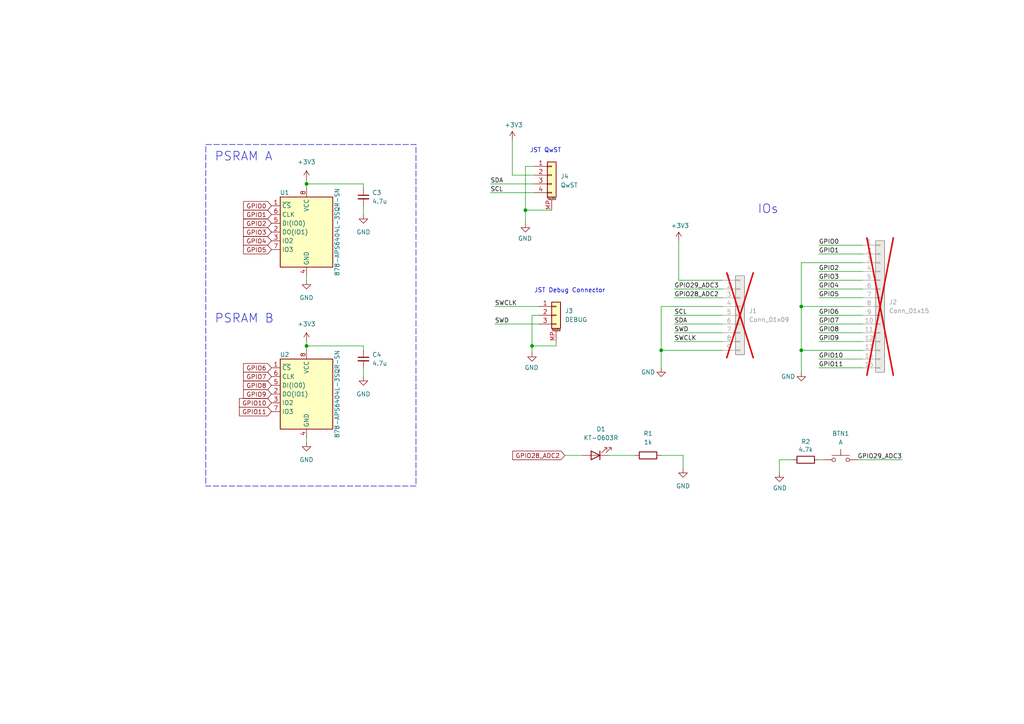
<source format=kicad_sch>
(kicad_sch
	(version 20231120)
	(generator "eeschema")
	(generator_version "8.0")
	(uuid "1df8a6ba-76de-4b78-b62f-851ef272f36d")
	(paper "A4")
	(title_block
		(title "PSRAM Pack")
		(company "Team Rebellion")
	)
	(lib_symbols
		(symbol "Connector_Generic:Conn_01x09"
			(pin_names
				(offset 1.016) hide)
			(exclude_from_sim no)
			(in_bom yes)
			(on_board yes)
			(property "Reference" "J"
				(at 0 12.7 0)
				(effects
					(font
						(size 1.27 1.27)
					)
				)
			)
			(property "Value" "Conn_01x09"
				(at 0 -12.7 0)
				(effects
					(font
						(size 1.27 1.27)
					)
				)
			)
			(property "Footprint" ""
				(at 0 0 0)
				(effects
					(font
						(size 1.27 1.27)
					)
					(hide yes)
				)
			)
			(property "Datasheet" "~"
				(at 0 0 0)
				(effects
					(font
						(size 1.27 1.27)
					)
					(hide yes)
				)
			)
			(property "Description" "Generic connector, single row, 01x09, script generated (kicad-library-utils/schlib/autogen/connector/)"
				(at 0 0 0)
				(effects
					(font
						(size 1.27 1.27)
					)
					(hide yes)
				)
			)
			(property "ki_keywords" "connector"
				(at 0 0 0)
				(effects
					(font
						(size 1.27 1.27)
					)
					(hide yes)
				)
			)
			(property "ki_fp_filters" "Connector*:*_1x??_*"
				(at 0 0 0)
				(effects
					(font
						(size 1.27 1.27)
					)
					(hide yes)
				)
			)
			(symbol "Conn_01x09_1_1"
				(rectangle
					(start -1.27 -10.033)
					(end 0 -10.287)
					(stroke
						(width 0.1524)
						(type default)
					)
					(fill
						(type none)
					)
				)
				(rectangle
					(start -1.27 -7.493)
					(end 0 -7.747)
					(stroke
						(width 0.1524)
						(type default)
					)
					(fill
						(type none)
					)
				)
				(rectangle
					(start -1.27 -4.953)
					(end 0 -5.207)
					(stroke
						(width 0.1524)
						(type default)
					)
					(fill
						(type none)
					)
				)
				(rectangle
					(start -1.27 -2.413)
					(end 0 -2.667)
					(stroke
						(width 0.1524)
						(type default)
					)
					(fill
						(type none)
					)
				)
				(rectangle
					(start -1.27 0.127)
					(end 0 -0.127)
					(stroke
						(width 0.1524)
						(type default)
					)
					(fill
						(type none)
					)
				)
				(rectangle
					(start -1.27 2.667)
					(end 0 2.413)
					(stroke
						(width 0.1524)
						(type default)
					)
					(fill
						(type none)
					)
				)
				(rectangle
					(start -1.27 5.207)
					(end 0 4.953)
					(stroke
						(width 0.1524)
						(type default)
					)
					(fill
						(type none)
					)
				)
				(rectangle
					(start -1.27 7.747)
					(end 0 7.493)
					(stroke
						(width 0.1524)
						(type default)
					)
					(fill
						(type none)
					)
				)
				(rectangle
					(start -1.27 10.287)
					(end 0 10.033)
					(stroke
						(width 0.1524)
						(type default)
					)
					(fill
						(type none)
					)
				)
				(rectangle
					(start -1.27 11.43)
					(end 1.27 -11.43)
					(stroke
						(width 0.254)
						(type default)
					)
					(fill
						(type background)
					)
				)
				(pin passive line
					(at -5.08 10.16 0)
					(length 3.81)
					(name "Pin_1"
						(effects
							(font
								(size 1.27 1.27)
							)
						)
					)
					(number "1"
						(effects
							(font
								(size 1.27 1.27)
							)
						)
					)
				)
				(pin passive line
					(at -5.08 7.62 0)
					(length 3.81)
					(name "Pin_2"
						(effects
							(font
								(size 1.27 1.27)
							)
						)
					)
					(number "2"
						(effects
							(font
								(size 1.27 1.27)
							)
						)
					)
				)
				(pin passive line
					(at -5.08 5.08 0)
					(length 3.81)
					(name "Pin_3"
						(effects
							(font
								(size 1.27 1.27)
							)
						)
					)
					(number "3"
						(effects
							(font
								(size 1.27 1.27)
							)
						)
					)
				)
				(pin passive line
					(at -5.08 2.54 0)
					(length 3.81)
					(name "Pin_4"
						(effects
							(font
								(size 1.27 1.27)
							)
						)
					)
					(number "4"
						(effects
							(font
								(size 1.27 1.27)
							)
						)
					)
				)
				(pin passive line
					(at -5.08 0 0)
					(length 3.81)
					(name "Pin_5"
						(effects
							(font
								(size 1.27 1.27)
							)
						)
					)
					(number "5"
						(effects
							(font
								(size 1.27 1.27)
							)
						)
					)
				)
				(pin passive line
					(at -5.08 -2.54 0)
					(length 3.81)
					(name "Pin_6"
						(effects
							(font
								(size 1.27 1.27)
							)
						)
					)
					(number "6"
						(effects
							(font
								(size 1.27 1.27)
							)
						)
					)
				)
				(pin passive line
					(at -5.08 -5.08 0)
					(length 3.81)
					(name "Pin_7"
						(effects
							(font
								(size 1.27 1.27)
							)
						)
					)
					(number "7"
						(effects
							(font
								(size 1.27 1.27)
							)
						)
					)
				)
				(pin passive line
					(at -5.08 -7.62 0)
					(length 3.81)
					(name "Pin_8"
						(effects
							(font
								(size 1.27 1.27)
							)
						)
					)
					(number "8"
						(effects
							(font
								(size 1.27 1.27)
							)
						)
					)
				)
				(pin passive line
					(at -5.08 -10.16 0)
					(length 3.81)
					(name "Pin_9"
						(effects
							(font
								(size 1.27 1.27)
							)
						)
					)
					(number "9"
						(effects
							(font
								(size 1.27 1.27)
							)
						)
					)
				)
			)
		)
		(symbol "Connector_Generic:Conn_01x15"
			(pin_names
				(offset 1.016) hide)
			(exclude_from_sim no)
			(in_bom yes)
			(on_board yes)
			(property "Reference" "J"
				(at 0 20.32 0)
				(effects
					(font
						(size 1.27 1.27)
					)
				)
			)
			(property "Value" "Conn_01x15"
				(at 0 -20.32 0)
				(effects
					(font
						(size 1.27 1.27)
					)
				)
			)
			(property "Footprint" ""
				(at 0 0 0)
				(effects
					(font
						(size 1.27 1.27)
					)
					(hide yes)
				)
			)
			(property "Datasheet" "~"
				(at 0 0 0)
				(effects
					(font
						(size 1.27 1.27)
					)
					(hide yes)
				)
			)
			(property "Description" "Generic connector, single row, 01x15, script generated (kicad-library-utils/schlib/autogen/connector/)"
				(at 0 0 0)
				(effects
					(font
						(size 1.27 1.27)
					)
					(hide yes)
				)
			)
			(property "ki_keywords" "connector"
				(at 0 0 0)
				(effects
					(font
						(size 1.27 1.27)
					)
					(hide yes)
				)
			)
			(property "ki_fp_filters" "Connector*:*_1x??_*"
				(at 0 0 0)
				(effects
					(font
						(size 1.27 1.27)
					)
					(hide yes)
				)
			)
			(symbol "Conn_01x15_1_1"
				(rectangle
					(start -1.27 -17.653)
					(end 0 -17.907)
					(stroke
						(width 0.1524)
						(type default)
					)
					(fill
						(type none)
					)
				)
				(rectangle
					(start -1.27 -15.113)
					(end 0 -15.367)
					(stroke
						(width 0.1524)
						(type default)
					)
					(fill
						(type none)
					)
				)
				(rectangle
					(start -1.27 -12.573)
					(end 0 -12.827)
					(stroke
						(width 0.1524)
						(type default)
					)
					(fill
						(type none)
					)
				)
				(rectangle
					(start -1.27 -10.033)
					(end 0 -10.287)
					(stroke
						(width 0.1524)
						(type default)
					)
					(fill
						(type none)
					)
				)
				(rectangle
					(start -1.27 -7.493)
					(end 0 -7.747)
					(stroke
						(width 0.1524)
						(type default)
					)
					(fill
						(type none)
					)
				)
				(rectangle
					(start -1.27 -4.953)
					(end 0 -5.207)
					(stroke
						(width 0.1524)
						(type default)
					)
					(fill
						(type none)
					)
				)
				(rectangle
					(start -1.27 -2.413)
					(end 0 -2.667)
					(stroke
						(width 0.1524)
						(type default)
					)
					(fill
						(type none)
					)
				)
				(rectangle
					(start -1.27 0.127)
					(end 0 -0.127)
					(stroke
						(width 0.1524)
						(type default)
					)
					(fill
						(type none)
					)
				)
				(rectangle
					(start -1.27 2.667)
					(end 0 2.413)
					(stroke
						(width 0.1524)
						(type default)
					)
					(fill
						(type none)
					)
				)
				(rectangle
					(start -1.27 5.207)
					(end 0 4.953)
					(stroke
						(width 0.1524)
						(type default)
					)
					(fill
						(type none)
					)
				)
				(rectangle
					(start -1.27 7.747)
					(end 0 7.493)
					(stroke
						(width 0.1524)
						(type default)
					)
					(fill
						(type none)
					)
				)
				(rectangle
					(start -1.27 10.287)
					(end 0 10.033)
					(stroke
						(width 0.1524)
						(type default)
					)
					(fill
						(type none)
					)
				)
				(rectangle
					(start -1.27 12.827)
					(end 0 12.573)
					(stroke
						(width 0.1524)
						(type default)
					)
					(fill
						(type none)
					)
				)
				(rectangle
					(start -1.27 15.367)
					(end 0 15.113)
					(stroke
						(width 0.1524)
						(type default)
					)
					(fill
						(type none)
					)
				)
				(rectangle
					(start -1.27 17.907)
					(end 0 17.653)
					(stroke
						(width 0.1524)
						(type default)
					)
					(fill
						(type none)
					)
				)
				(rectangle
					(start -1.27 19.05)
					(end 1.27 -19.05)
					(stroke
						(width 0.254)
						(type default)
					)
					(fill
						(type background)
					)
				)
				(pin passive line
					(at -5.08 17.78 0)
					(length 3.81)
					(name "Pin_1"
						(effects
							(font
								(size 1.27 1.27)
							)
						)
					)
					(number "1"
						(effects
							(font
								(size 1.27 1.27)
							)
						)
					)
				)
				(pin passive line
					(at -5.08 -5.08 0)
					(length 3.81)
					(name "Pin_10"
						(effects
							(font
								(size 1.27 1.27)
							)
						)
					)
					(number "10"
						(effects
							(font
								(size 1.27 1.27)
							)
						)
					)
				)
				(pin passive line
					(at -5.08 -7.62 0)
					(length 3.81)
					(name "Pin_11"
						(effects
							(font
								(size 1.27 1.27)
							)
						)
					)
					(number "11"
						(effects
							(font
								(size 1.27 1.27)
							)
						)
					)
				)
				(pin passive line
					(at -5.08 -10.16 0)
					(length 3.81)
					(name "Pin_12"
						(effects
							(font
								(size 1.27 1.27)
							)
						)
					)
					(number "12"
						(effects
							(font
								(size 1.27 1.27)
							)
						)
					)
				)
				(pin passive line
					(at -5.08 -12.7 0)
					(length 3.81)
					(name "Pin_13"
						(effects
							(font
								(size 1.27 1.27)
							)
						)
					)
					(number "13"
						(effects
							(font
								(size 1.27 1.27)
							)
						)
					)
				)
				(pin passive line
					(at -5.08 -15.24 0)
					(length 3.81)
					(name "Pin_14"
						(effects
							(font
								(size 1.27 1.27)
							)
						)
					)
					(number "14"
						(effects
							(font
								(size 1.27 1.27)
							)
						)
					)
				)
				(pin passive line
					(at -5.08 -17.78 0)
					(length 3.81)
					(name "Pin_15"
						(effects
							(font
								(size 1.27 1.27)
							)
						)
					)
					(number "15"
						(effects
							(font
								(size 1.27 1.27)
							)
						)
					)
				)
				(pin passive line
					(at -5.08 15.24 0)
					(length 3.81)
					(name "Pin_2"
						(effects
							(font
								(size 1.27 1.27)
							)
						)
					)
					(number "2"
						(effects
							(font
								(size 1.27 1.27)
							)
						)
					)
				)
				(pin passive line
					(at -5.08 12.7 0)
					(length 3.81)
					(name "Pin_3"
						(effects
							(font
								(size 1.27 1.27)
							)
						)
					)
					(number "3"
						(effects
							(font
								(size 1.27 1.27)
							)
						)
					)
				)
				(pin passive line
					(at -5.08 10.16 0)
					(length 3.81)
					(name "Pin_4"
						(effects
							(font
								(size 1.27 1.27)
							)
						)
					)
					(number "4"
						(effects
							(font
								(size 1.27 1.27)
							)
						)
					)
				)
				(pin passive line
					(at -5.08 7.62 0)
					(length 3.81)
					(name "Pin_5"
						(effects
							(font
								(size 1.27 1.27)
							)
						)
					)
					(number "5"
						(effects
							(font
								(size 1.27 1.27)
							)
						)
					)
				)
				(pin passive line
					(at -5.08 5.08 0)
					(length 3.81)
					(name "Pin_6"
						(effects
							(font
								(size 1.27 1.27)
							)
						)
					)
					(number "6"
						(effects
							(font
								(size 1.27 1.27)
							)
						)
					)
				)
				(pin passive line
					(at -5.08 2.54 0)
					(length 3.81)
					(name "Pin_7"
						(effects
							(font
								(size 1.27 1.27)
							)
						)
					)
					(number "7"
						(effects
							(font
								(size 1.27 1.27)
							)
						)
					)
				)
				(pin passive line
					(at -5.08 0 0)
					(length 3.81)
					(name "Pin_8"
						(effects
							(font
								(size 1.27 1.27)
							)
						)
					)
					(number "8"
						(effects
							(font
								(size 1.27 1.27)
							)
						)
					)
				)
				(pin passive line
					(at -5.08 -2.54 0)
					(length 3.81)
					(name "Pin_9"
						(effects
							(font
								(size 1.27 1.27)
							)
						)
					)
					(number "9"
						(effects
							(font
								(size 1.27 1.27)
							)
						)
					)
				)
			)
		)
		(symbol "Connector_Generic_MountingPin:Conn_01x03_MountingPin"
			(pin_names
				(offset 1.016) hide)
			(exclude_from_sim no)
			(in_bom yes)
			(on_board yes)
			(property "Reference" "J"
				(at 0 5.08 0)
				(effects
					(font
						(size 1.27 1.27)
					)
				)
			)
			(property "Value" "Conn_01x03_MountingPin"
				(at 1.27 -5.08 0)
				(effects
					(font
						(size 1.27 1.27)
					)
					(justify left)
				)
			)
			(property "Footprint" ""
				(at 0 0 0)
				(effects
					(font
						(size 1.27 1.27)
					)
					(hide yes)
				)
			)
			(property "Datasheet" "~"
				(at 0 0 0)
				(effects
					(font
						(size 1.27 1.27)
					)
					(hide yes)
				)
			)
			(property "Description" "Generic connectable mounting pin connector, single row, 01x03, script generated (kicad-library-utils/schlib/autogen/connector/)"
				(at 0 0 0)
				(effects
					(font
						(size 1.27 1.27)
					)
					(hide yes)
				)
			)
			(property "ki_keywords" "connector"
				(at 0 0 0)
				(effects
					(font
						(size 1.27 1.27)
					)
					(hide yes)
				)
			)
			(property "ki_fp_filters" "Connector*:*_1x??-1MP*"
				(at 0 0 0)
				(effects
					(font
						(size 1.27 1.27)
					)
					(hide yes)
				)
			)
			(symbol "Conn_01x03_MountingPin_1_1"
				(rectangle
					(start -1.27 -2.413)
					(end 0 -2.667)
					(stroke
						(width 0.1524)
						(type default)
					)
					(fill
						(type none)
					)
				)
				(rectangle
					(start -1.27 0.127)
					(end 0 -0.127)
					(stroke
						(width 0.1524)
						(type default)
					)
					(fill
						(type none)
					)
				)
				(rectangle
					(start -1.27 2.667)
					(end 0 2.413)
					(stroke
						(width 0.1524)
						(type default)
					)
					(fill
						(type none)
					)
				)
				(rectangle
					(start -1.27 3.81)
					(end 1.27 -3.81)
					(stroke
						(width 0.254)
						(type default)
					)
					(fill
						(type background)
					)
				)
				(polyline
					(pts
						(xy -1.016 -4.572) (xy 1.016 -4.572)
					)
					(stroke
						(width 0.1524)
						(type default)
					)
					(fill
						(type none)
					)
				)
				(text "Mounting"
					(at 0 -4.191 0)
					(effects
						(font
							(size 0.381 0.381)
						)
					)
				)
				(pin passive line
					(at -5.08 2.54 0)
					(length 3.81)
					(name "Pin_1"
						(effects
							(font
								(size 1.27 1.27)
							)
						)
					)
					(number "1"
						(effects
							(font
								(size 1.27 1.27)
							)
						)
					)
				)
				(pin passive line
					(at -5.08 0 0)
					(length 3.81)
					(name "Pin_2"
						(effects
							(font
								(size 1.27 1.27)
							)
						)
					)
					(number "2"
						(effects
							(font
								(size 1.27 1.27)
							)
						)
					)
				)
				(pin passive line
					(at -5.08 -2.54 0)
					(length 3.81)
					(name "Pin_3"
						(effects
							(font
								(size 1.27 1.27)
							)
						)
					)
					(number "3"
						(effects
							(font
								(size 1.27 1.27)
							)
						)
					)
				)
				(pin passive line
					(at 0 -7.62 90)
					(length 3.048)
					(name "MountPin"
						(effects
							(font
								(size 1.27 1.27)
							)
						)
					)
					(number "MP"
						(effects
							(font
								(size 1.27 1.27)
							)
						)
					)
				)
			)
		)
		(symbol "Connector_Generic_MountingPin:Conn_01x04_MountingPin"
			(pin_names
				(offset 1.016) hide)
			(exclude_from_sim no)
			(in_bom yes)
			(on_board yes)
			(property "Reference" "J"
				(at 0 5.08 0)
				(effects
					(font
						(size 1.27 1.27)
					)
				)
			)
			(property "Value" "Conn_01x04_MountingPin"
				(at 1.27 -7.62 0)
				(effects
					(font
						(size 1.27 1.27)
					)
					(justify left)
				)
			)
			(property "Footprint" ""
				(at 0 0 0)
				(effects
					(font
						(size 1.27 1.27)
					)
					(hide yes)
				)
			)
			(property "Datasheet" "~"
				(at 0 0 0)
				(effects
					(font
						(size 1.27 1.27)
					)
					(hide yes)
				)
			)
			(property "Description" "Generic connectable mounting pin connector, single row, 01x04, script generated (kicad-library-utils/schlib/autogen/connector/)"
				(at 0 0 0)
				(effects
					(font
						(size 1.27 1.27)
					)
					(hide yes)
				)
			)
			(property "ki_keywords" "connector"
				(at 0 0 0)
				(effects
					(font
						(size 1.27 1.27)
					)
					(hide yes)
				)
			)
			(property "ki_fp_filters" "Connector*:*_1x??-1MP*"
				(at 0 0 0)
				(effects
					(font
						(size 1.27 1.27)
					)
					(hide yes)
				)
			)
			(symbol "Conn_01x04_MountingPin_1_1"
				(rectangle
					(start -1.27 -4.953)
					(end 0 -5.207)
					(stroke
						(width 0.1524)
						(type default)
					)
					(fill
						(type none)
					)
				)
				(rectangle
					(start -1.27 -2.413)
					(end 0 -2.667)
					(stroke
						(width 0.1524)
						(type default)
					)
					(fill
						(type none)
					)
				)
				(rectangle
					(start -1.27 0.127)
					(end 0 -0.127)
					(stroke
						(width 0.1524)
						(type default)
					)
					(fill
						(type none)
					)
				)
				(rectangle
					(start -1.27 2.667)
					(end 0 2.413)
					(stroke
						(width 0.1524)
						(type default)
					)
					(fill
						(type none)
					)
				)
				(rectangle
					(start -1.27 3.81)
					(end 1.27 -6.35)
					(stroke
						(width 0.254)
						(type default)
					)
					(fill
						(type background)
					)
				)
				(polyline
					(pts
						(xy -1.016 -7.112) (xy 1.016 -7.112)
					)
					(stroke
						(width 0.1524)
						(type default)
					)
					(fill
						(type none)
					)
				)
				(text "Mounting"
					(at 0 -6.731 0)
					(effects
						(font
							(size 0.381 0.381)
						)
					)
				)
				(pin passive line
					(at -5.08 2.54 0)
					(length 3.81)
					(name "Pin_1"
						(effects
							(font
								(size 1.27 1.27)
							)
						)
					)
					(number "1"
						(effects
							(font
								(size 1.27 1.27)
							)
						)
					)
				)
				(pin passive line
					(at -5.08 0 0)
					(length 3.81)
					(name "Pin_2"
						(effects
							(font
								(size 1.27 1.27)
							)
						)
					)
					(number "2"
						(effects
							(font
								(size 1.27 1.27)
							)
						)
					)
				)
				(pin passive line
					(at -5.08 -2.54 0)
					(length 3.81)
					(name "Pin_3"
						(effects
							(font
								(size 1.27 1.27)
							)
						)
					)
					(number "3"
						(effects
							(font
								(size 1.27 1.27)
							)
						)
					)
				)
				(pin passive line
					(at -5.08 -5.08 0)
					(length 3.81)
					(name "Pin_4"
						(effects
							(font
								(size 1.27 1.27)
							)
						)
					)
					(number "4"
						(effects
							(font
								(size 1.27 1.27)
							)
						)
					)
				)
				(pin passive line
					(at 0 -10.16 90)
					(length 3.048)
					(name "MountPin"
						(effects
							(font
								(size 1.27 1.27)
							)
						)
					)
					(number "MP"
						(effects
							(font
								(size 1.27 1.27)
							)
						)
					)
				)
			)
		)
		(symbol "Device:C_Small"
			(pin_numbers hide)
			(pin_names
				(offset 0.254) hide)
			(exclude_from_sim no)
			(in_bom yes)
			(on_board yes)
			(property "Reference" "C"
				(at 0.254 1.778 0)
				(effects
					(font
						(size 1.27 1.27)
					)
					(justify left)
				)
			)
			(property "Value" "C_Small"
				(at 0.254 -2.032 0)
				(effects
					(font
						(size 1.27 1.27)
					)
					(justify left)
				)
			)
			(property "Footprint" ""
				(at 0 0 0)
				(effects
					(font
						(size 1.27 1.27)
					)
					(hide yes)
				)
			)
			(property "Datasheet" "~"
				(at 0 0 0)
				(effects
					(font
						(size 1.27 1.27)
					)
					(hide yes)
				)
			)
			(property "Description" "Unpolarized capacitor, small symbol"
				(at 0 0 0)
				(effects
					(font
						(size 1.27 1.27)
					)
					(hide yes)
				)
			)
			(property "ki_keywords" "capacitor cap"
				(at 0 0 0)
				(effects
					(font
						(size 1.27 1.27)
					)
					(hide yes)
				)
			)
			(property "ki_fp_filters" "C_*"
				(at 0 0 0)
				(effects
					(font
						(size 1.27 1.27)
					)
					(hide yes)
				)
			)
			(symbol "C_Small_0_1"
				(polyline
					(pts
						(xy -1.524 -0.508) (xy 1.524 -0.508)
					)
					(stroke
						(width 0.3302)
						(type default)
					)
					(fill
						(type none)
					)
				)
				(polyline
					(pts
						(xy -1.524 0.508) (xy 1.524 0.508)
					)
					(stroke
						(width 0.3048)
						(type default)
					)
					(fill
						(type none)
					)
				)
			)
			(symbol "C_Small_1_1"
				(pin passive line
					(at 0 2.54 270)
					(length 2.032)
					(name "~"
						(effects
							(font
								(size 1.27 1.27)
							)
						)
					)
					(number "1"
						(effects
							(font
								(size 1.27 1.27)
							)
						)
					)
				)
				(pin passive line
					(at 0 -2.54 90)
					(length 2.032)
					(name "~"
						(effects
							(font
								(size 1.27 1.27)
							)
						)
					)
					(number "2"
						(effects
							(font
								(size 1.27 1.27)
							)
						)
					)
				)
			)
		)
		(symbol "Device:LED"
			(pin_numbers hide)
			(pin_names
				(offset 1.016) hide)
			(exclude_from_sim no)
			(in_bom yes)
			(on_board yes)
			(property "Reference" "D"
				(at 0 2.54 0)
				(effects
					(font
						(size 1.27 1.27)
					)
				)
			)
			(property "Value" "LED"
				(at 0 -2.54 0)
				(effects
					(font
						(size 1.27 1.27)
					)
				)
			)
			(property "Footprint" ""
				(at 0 0 0)
				(effects
					(font
						(size 1.27 1.27)
					)
					(hide yes)
				)
			)
			(property "Datasheet" "~"
				(at 0 0 0)
				(effects
					(font
						(size 1.27 1.27)
					)
					(hide yes)
				)
			)
			(property "Description" "Light emitting diode"
				(at 0 0 0)
				(effects
					(font
						(size 1.27 1.27)
					)
					(hide yes)
				)
			)
			(property "ki_keywords" "LED diode"
				(at 0 0 0)
				(effects
					(font
						(size 1.27 1.27)
					)
					(hide yes)
				)
			)
			(property "ki_fp_filters" "LED* LED_SMD:* LED_THT:*"
				(at 0 0 0)
				(effects
					(font
						(size 1.27 1.27)
					)
					(hide yes)
				)
			)
			(symbol "LED_0_1"
				(polyline
					(pts
						(xy -1.27 -1.27) (xy -1.27 1.27)
					)
					(stroke
						(width 0.254)
						(type default)
					)
					(fill
						(type none)
					)
				)
				(polyline
					(pts
						(xy -1.27 0) (xy 1.27 0)
					)
					(stroke
						(width 0)
						(type default)
					)
					(fill
						(type none)
					)
				)
				(polyline
					(pts
						(xy 1.27 -1.27) (xy 1.27 1.27) (xy -1.27 0) (xy 1.27 -1.27)
					)
					(stroke
						(width 0.254)
						(type default)
					)
					(fill
						(type none)
					)
				)
				(polyline
					(pts
						(xy -3.048 -0.762) (xy -4.572 -2.286) (xy -3.81 -2.286) (xy -4.572 -2.286) (xy -4.572 -1.524)
					)
					(stroke
						(width 0)
						(type default)
					)
					(fill
						(type none)
					)
				)
				(polyline
					(pts
						(xy -1.778 -0.762) (xy -3.302 -2.286) (xy -2.54 -2.286) (xy -3.302 -2.286) (xy -3.302 -1.524)
					)
					(stroke
						(width 0)
						(type default)
					)
					(fill
						(type none)
					)
				)
			)
			(symbol "LED_1_1"
				(pin passive line
					(at -3.81 0 0)
					(length 2.54)
					(name "K"
						(effects
							(font
								(size 1.27 1.27)
							)
						)
					)
					(number "1"
						(effects
							(font
								(size 1.27 1.27)
							)
						)
					)
				)
				(pin passive line
					(at 3.81 0 180)
					(length 2.54)
					(name "A"
						(effects
							(font
								(size 1.27 1.27)
							)
						)
					)
					(number "2"
						(effects
							(font
								(size 1.27 1.27)
							)
						)
					)
				)
			)
		)
		(symbol "Device:R"
			(pin_numbers hide)
			(pin_names
				(offset 0)
			)
			(exclude_from_sim no)
			(in_bom yes)
			(on_board yes)
			(property "Reference" "R"
				(at 2.032 0 90)
				(effects
					(font
						(size 1.27 1.27)
					)
				)
			)
			(property "Value" "R"
				(at 0 0 90)
				(effects
					(font
						(size 1.27 1.27)
					)
				)
			)
			(property "Footprint" ""
				(at -1.778 0 90)
				(effects
					(font
						(size 1.27 1.27)
					)
					(hide yes)
				)
			)
			(property "Datasheet" "~"
				(at 0 0 0)
				(effects
					(font
						(size 1.27 1.27)
					)
					(hide yes)
				)
			)
			(property "Description" "Resistor"
				(at 0 0 0)
				(effects
					(font
						(size 1.27 1.27)
					)
					(hide yes)
				)
			)
			(property "ki_keywords" "R res resistor"
				(at 0 0 0)
				(effects
					(font
						(size 1.27 1.27)
					)
					(hide yes)
				)
			)
			(property "ki_fp_filters" "R_*"
				(at 0 0 0)
				(effects
					(font
						(size 1.27 1.27)
					)
					(hide yes)
				)
			)
			(symbol "R_0_1"
				(rectangle
					(start -1.016 -2.54)
					(end 1.016 2.54)
					(stroke
						(width 0.254)
						(type default)
					)
					(fill
						(type none)
					)
				)
			)
			(symbol "R_1_1"
				(pin passive line
					(at 0 3.81 270)
					(length 1.27)
					(name "~"
						(effects
							(font
								(size 1.27 1.27)
							)
						)
					)
					(number "1"
						(effects
							(font
								(size 1.27 1.27)
							)
						)
					)
				)
				(pin passive line
					(at 0 -3.81 90)
					(length 1.27)
					(name "~"
						(effects
							(font
								(size 1.27 1.27)
							)
						)
					)
					(number "2"
						(effects
							(font
								(size 1.27 1.27)
							)
						)
					)
				)
			)
		)
		(symbol "Switch:SW_Push"
			(pin_numbers hide)
			(pin_names
				(offset 1.016) hide)
			(exclude_from_sim no)
			(in_bom yes)
			(on_board yes)
			(property "Reference" "SW"
				(at 1.27 2.54 0)
				(effects
					(font
						(size 1.27 1.27)
					)
					(justify left)
				)
			)
			(property "Value" "SW_Push"
				(at 0 -1.524 0)
				(effects
					(font
						(size 1.27 1.27)
					)
				)
			)
			(property "Footprint" ""
				(at 0 5.08 0)
				(effects
					(font
						(size 1.27 1.27)
					)
					(hide yes)
				)
			)
			(property "Datasheet" "~"
				(at 0 5.08 0)
				(effects
					(font
						(size 1.27 1.27)
					)
					(hide yes)
				)
			)
			(property "Description" "Push button switch, generic, two pins"
				(at 0 0 0)
				(effects
					(font
						(size 1.27 1.27)
					)
					(hide yes)
				)
			)
			(property "ki_keywords" "switch normally-open pushbutton push-button"
				(at 0 0 0)
				(effects
					(font
						(size 1.27 1.27)
					)
					(hide yes)
				)
			)
			(symbol "SW_Push_0_1"
				(circle
					(center -2.032 0)
					(radius 0.508)
					(stroke
						(width 0)
						(type default)
					)
					(fill
						(type none)
					)
				)
				(polyline
					(pts
						(xy 0 1.27) (xy 0 3.048)
					)
					(stroke
						(width 0)
						(type default)
					)
					(fill
						(type none)
					)
				)
				(polyline
					(pts
						(xy 2.54 1.27) (xy -2.54 1.27)
					)
					(stroke
						(width 0)
						(type default)
					)
					(fill
						(type none)
					)
				)
				(circle
					(center 2.032 0)
					(radius 0.508)
					(stroke
						(width 0)
						(type default)
					)
					(fill
						(type none)
					)
				)
				(pin passive line
					(at -5.08 0 0)
					(length 2.54)
					(name "1"
						(effects
							(font
								(size 1.27 1.27)
							)
						)
					)
					(number "1"
						(effects
							(font
								(size 1.27 1.27)
							)
						)
					)
				)
				(pin passive line
					(at 5.08 0 180)
					(length 2.54)
					(name "2"
						(effects
							(font
								(size 1.27 1.27)
							)
						)
					)
					(number "2"
						(effects
							(font
								(size 1.27 1.27)
							)
						)
					)
				)
			)
		)
		(symbol "power:+3.3V"
			(power)
			(pin_names
				(offset 0)
			)
			(exclude_from_sim no)
			(in_bom yes)
			(on_board yes)
			(property "Reference" "#PWR"
				(at 0 -3.81 0)
				(effects
					(font
						(size 1.27 1.27)
					)
					(hide yes)
				)
			)
			(property "Value" "+3.3V"
				(at 0 3.556 0)
				(effects
					(font
						(size 1.27 1.27)
					)
				)
			)
			(property "Footprint" ""
				(at 0 0 0)
				(effects
					(font
						(size 1.27 1.27)
					)
					(hide yes)
				)
			)
			(property "Datasheet" ""
				(at 0 0 0)
				(effects
					(font
						(size 1.27 1.27)
					)
					(hide yes)
				)
			)
			(property "Description" "Power symbol creates a global label with name \"+3.3V\""
				(at 0 0 0)
				(effects
					(font
						(size 1.27 1.27)
					)
					(hide yes)
				)
			)
			(property "ki_keywords" "global power"
				(at 0 0 0)
				(effects
					(font
						(size 1.27 1.27)
					)
					(hide yes)
				)
			)
			(symbol "+3.3V_0_1"
				(polyline
					(pts
						(xy -0.762 1.27) (xy 0 2.54)
					)
					(stroke
						(width 0)
						(type default)
					)
					(fill
						(type none)
					)
				)
				(polyline
					(pts
						(xy 0 0) (xy 0 2.54)
					)
					(stroke
						(width 0)
						(type default)
					)
					(fill
						(type none)
					)
				)
				(polyline
					(pts
						(xy 0 2.54) (xy 0.762 1.27)
					)
					(stroke
						(width 0)
						(type default)
					)
					(fill
						(type none)
					)
				)
			)
			(symbol "+3.3V_1_1"
				(pin power_in line
					(at 0 0 90)
					(length 0) hide
					(name "+3.3V"
						(effects
							(font
								(size 1.27 1.27)
							)
						)
					)
					(number "1"
						(effects
							(font
								(size 1.27 1.27)
							)
						)
					)
				)
			)
		)
		(symbol "power:+3V3"
			(power)
			(pin_names
				(offset 0)
			)
			(exclude_from_sim no)
			(in_bom yes)
			(on_board yes)
			(property "Reference" "#PWR"
				(at 0 -3.81 0)
				(effects
					(font
						(size 1.27 1.27)
					)
					(hide yes)
				)
			)
			(property "Value" "+3V3"
				(at 0 3.556 0)
				(effects
					(font
						(size 1.27 1.27)
					)
				)
			)
			(property "Footprint" ""
				(at 0 0 0)
				(effects
					(font
						(size 1.27 1.27)
					)
					(hide yes)
				)
			)
			(property "Datasheet" ""
				(at 0 0 0)
				(effects
					(font
						(size 1.27 1.27)
					)
					(hide yes)
				)
			)
			(property "Description" "Power symbol creates a global label with name \"+3V3\""
				(at 0 0 0)
				(effects
					(font
						(size 1.27 1.27)
					)
					(hide yes)
				)
			)
			(property "ki_keywords" "global power"
				(at 0 0 0)
				(effects
					(font
						(size 1.27 1.27)
					)
					(hide yes)
				)
			)
			(symbol "+3V3_0_1"
				(polyline
					(pts
						(xy -0.762 1.27) (xy 0 2.54)
					)
					(stroke
						(width 0)
						(type default)
					)
					(fill
						(type none)
					)
				)
				(polyline
					(pts
						(xy 0 0) (xy 0 2.54)
					)
					(stroke
						(width 0)
						(type default)
					)
					(fill
						(type none)
					)
				)
				(polyline
					(pts
						(xy 0 2.54) (xy 0.762 1.27)
					)
					(stroke
						(width 0)
						(type default)
					)
					(fill
						(type none)
					)
				)
			)
			(symbol "+3V3_1_1"
				(pin power_in line
					(at 0 0 90)
					(length 0) hide
					(name "+3V3"
						(effects
							(font
								(size 1.27 1.27)
							)
						)
					)
					(number "1"
						(effects
							(font
								(size 1.27 1.27)
							)
						)
					)
				)
			)
		)
		(symbol "power:GND"
			(power)
			(pin_names
				(offset 0)
			)
			(exclude_from_sim no)
			(in_bom yes)
			(on_board yes)
			(property "Reference" "#PWR"
				(at 0 -6.35 0)
				(effects
					(font
						(size 1.27 1.27)
					)
					(hide yes)
				)
			)
			(property "Value" "GND"
				(at 0 -3.81 0)
				(effects
					(font
						(size 1.27 1.27)
					)
				)
			)
			(property "Footprint" ""
				(at 0 0 0)
				(effects
					(font
						(size 1.27 1.27)
					)
					(hide yes)
				)
			)
			(property "Datasheet" ""
				(at 0 0 0)
				(effects
					(font
						(size 1.27 1.27)
					)
					(hide yes)
				)
			)
			(property "Description" "Power symbol creates a global label with name \"GND\" , ground"
				(at 0 0 0)
				(effects
					(font
						(size 1.27 1.27)
					)
					(hide yes)
				)
			)
			(property "ki_keywords" "global power"
				(at 0 0 0)
				(effects
					(font
						(size 1.27 1.27)
					)
					(hide yes)
				)
			)
			(symbol "GND_0_1"
				(polyline
					(pts
						(xy 0 0) (xy 0 -1.27) (xy 1.27 -1.27) (xy 0 -2.54) (xy -1.27 -1.27) (xy 0 -1.27)
					)
					(stroke
						(width 0)
						(type default)
					)
					(fill
						(type none)
					)
				)
			)
			(symbol "GND_1_1"
				(pin power_in line
					(at 0 0 270)
					(length 0) hide
					(name "GND"
						(effects
							(font
								(size 1.27 1.27)
							)
						)
					)
					(number "1"
						(effects
							(font
								(size 1.27 1.27)
							)
						)
					)
				)
			)
		)
		(symbol "qspi-pmod:878-APS6404L-3SQR-SN"
			(exclude_from_sim no)
			(in_bom yes)
			(on_board yes)
			(property "Reference" "U"
				(at -6.35 11.43 0)
				(effects
					(font
						(size 1.27 1.27)
					)
				)
			)
			(property "Value" "878-APS6404L-3SQR-SN"
				(at 8.89 0 90)
				(effects
					(font
						(size 1.27 1.27)
					)
				)
			)
			(property "Footprint" "Package_SO:SOP-8_3.9x4.9mm_P1.27mm"
				(at 30.48 -6.35 0)
				(effects
					(font
						(size 1.27 1.27)
					)
					(hide yes)
				)
			)
			(property "Datasheet" "https://www.mouser.at/datasheet/2/1127/APM_PSRAM_QSPI_APS6404L_3SQR_v2_3_PKG-1954826.pdf"
				(at 59.69 -8.89 0)
				(effects
					(font
						(size 1.27 1.27)
					)
					(hide yes)
				)
			)
			(property "Description" "DRAM IoT RAM 64Mb QSPI (x1,x4) SDR 133/84MHz, RBX, 3V, SOP-8 "
				(at 0 0 0)
				(effects
					(font
						(size 1.27 1.27)
					)
					(hide yes)
				)
			)
			(property "ki_keywords" "PSRAM memory SPI"
				(at 0 0 0)
				(effects
					(font
						(size 1.27 1.27)
					)
					(hide yes)
				)
			)
			(symbol "878-APS6404L-3SQR-SN_0_1"
				(rectangle
					(start -7.62 10.16)
					(end 7.62 -10.16)
					(stroke
						(width 0.254)
						(type default)
					)
					(fill
						(type background)
					)
				)
			)
			(symbol "878-APS6404L-3SQR-SN_1_1"
				(pin input line
					(at -10.16 7.62 0)
					(length 2.54)
					(name "~{CS}"
						(effects
							(font
								(size 1.27 1.27)
							)
						)
					)
					(number "1"
						(effects
							(font
								(size 1.27 1.27)
							)
						)
					)
				)
				(pin bidirectional line
					(at -10.16 0 0)
					(length 2.54)
					(name "DO(IO1)"
						(effects
							(font
								(size 1.27 1.27)
							)
						)
					)
					(number "2"
						(effects
							(font
								(size 1.27 1.27)
							)
						)
					)
				)
				(pin bidirectional line
					(at -10.16 -2.54 0)
					(length 2.54)
					(name "IO2"
						(effects
							(font
								(size 1.27 1.27)
							)
						)
					)
					(number "3"
						(effects
							(font
								(size 1.27 1.27)
							)
						)
					)
				)
				(pin power_in line
					(at 0 -12.7 90)
					(length 2.54)
					(name "GND"
						(effects
							(font
								(size 1.27 1.27)
							)
						)
					)
					(number "4"
						(effects
							(font
								(size 1.27 1.27)
							)
						)
					)
				)
				(pin bidirectional line
					(at -10.16 2.54 0)
					(length 2.54)
					(name "DI(IO0)"
						(effects
							(font
								(size 1.27 1.27)
							)
						)
					)
					(number "5"
						(effects
							(font
								(size 1.27 1.27)
							)
						)
					)
				)
				(pin input line
					(at -10.16 5.08 0)
					(length 2.54)
					(name "CLK"
						(effects
							(font
								(size 1.27 1.27)
							)
						)
					)
					(number "6"
						(effects
							(font
								(size 1.27 1.27)
							)
						)
					)
				)
				(pin bidirectional line
					(at -10.16 -5.08 0)
					(length 2.54)
					(name "IO3"
						(effects
							(font
								(size 1.27 1.27)
							)
						)
					)
					(number "7"
						(effects
							(font
								(size 1.27 1.27)
							)
						)
					)
				)
				(pin power_in line
					(at 0 12.7 270)
					(length 2.54)
					(name "VCC"
						(effects
							(font
								(size 1.27 1.27)
							)
						)
					)
					(number "8"
						(effects
							(font
								(size 1.27 1.27)
							)
						)
					)
				)
			)
		)
	)
	(junction
		(at 88.9 53.34)
		(diameter 0)
		(color 0 0 0 0)
		(uuid "4732a74c-33ae-47a3-bd26-0ab2833d9b2a")
	)
	(junction
		(at 88.9 100.33)
		(diameter 0)
		(color 0 0 0 0)
		(uuid "a4a3ab47-9e55-49dc-9261-8788bce65737")
	)
	(junction
		(at 154.305 100.33)
		(diameter 0)
		(color 0 0 0 0)
		(uuid "a5414f69-7536-4a1a-a159-edb578bc20b6")
	)
	(junction
		(at 232.41 88.9)
		(diameter 0)
		(color 0 0 0 0)
		(uuid "aa3fdbc2-587b-42d1-a9fe-9b2aa86d0dea")
	)
	(junction
		(at 152.4 60.96)
		(diameter 0)
		(color 0 0 0 0)
		(uuid "af9ef76a-fcec-4224-888f-4a794c720cd0")
	)
	(junction
		(at 191.77 101.6)
		(diameter 0)
		(color 0 0 0 0)
		(uuid "b0063688-6cb5-4c92-978e-65e3c2224dad")
	)
	(junction
		(at 232.41 101.6)
		(diameter 0)
		(color 0 0 0 0)
		(uuid "c9d81c72-3078-4e77-b4d6-8c1830dd8904")
	)
	(wire
		(pts
			(xy 88.9 52.07) (xy 88.9 53.34)
		)
		(stroke
			(width 0)
			(type default)
		)
		(uuid "05512f7b-63cb-4aba-bfdc-f5e8a0bf078c")
	)
	(wire
		(pts
			(xy 191.77 101.6) (xy 191.77 106.68)
		)
		(stroke
			(width 0)
			(type default)
		)
		(uuid "07c42604-939d-45cf-9a7c-26c4dfe10e5d")
	)
	(wire
		(pts
			(xy 191.77 101.6) (xy 209.55 101.6)
		)
		(stroke
			(width 0)
			(type default)
		)
		(uuid "0bbb2d48-382e-4496-912b-a45feaeeedd9")
	)
	(wire
		(pts
			(xy 88.9 127) (xy 88.9 128.27)
		)
		(stroke
			(width 0)
			(type default)
		)
		(uuid "0bf03ee4-86ef-4319-8883-ad9e66ea9bec")
	)
	(wire
		(pts
			(xy 163.83 132.08) (xy 168.91 132.08)
		)
		(stroke
			(width 0)
			(type default)
		)
		(uuid "0c4d4fe2-7263-4742-b329-d12f1f145c8f")
	)
	(wire
		(pts
			(xy 195.58 83.82) (xy 209.55 83.82)
		)
		(stroke
			(width 0)
			(type default)
		)
		(uuid "11732bd8-4bac-46cf-a528-f91d66d56740")
	)
	(wire
		(pts
			(xy 154.94 50.8) (xy 148.59 50.8)
		)
		(stroke
			(width 0)
			(type default)
		)
		(uuid "11fd15e5-d21f-4ecc-9555-3023b79b75af")
	)
	(wire
		(pts
			(xy 232.41 76.2) (xy 232.41 88.9)
		)
		(stroke
			(width 0)
			(type default)
		)
		(uuid "155d4a0c-0145-4269-bd01-da1d5133848e")
	)
	(wire
		(pts
			(xy 209.55 81.28) (xy 196.85 81.28)
		)
		(stroke
			(width 0)
			(type default)
		)
		(uuid "1d072e58-97bf-413f-a465-3cd40df7bb3c")
	)
	(wire
		(pts
			(xy 237.49 104.14) (xy 250.19 104.14)
		)
		(stroke
			(width 0)
			(type default)
		)
		(uuid "2b6d3868-ef4e-4a93-ac7d-d5b07b12cef7")
	)
	(wire
		(pts
			(xy 232.41 101.6) (xy 250.19 101.6)
		)
		(stroke
			(width 0)
			(type default)
		)
		(uuid "2c878651-b8d2-4d67-9d8e-3e3db32c112b")
	)
	(wire
		(pts
			(xy 154.305 91.44) (xy 154.305 100.33)
		)
		(stroke
			(width 0)
			(type default)
		)
		(uuid "2cf74978-6606-4f98-9bab-ab2755e368b1")
	)
	(wire
		(pts
			(xy 191.77 88.9) (xy 209.55 88.9)
		)
		(stroke
			(width 0)
			(type default)
		)
		(uuid "2ed6a979-e571-4a8e-80a5-c36ddbc890a4")
	)
	(wire
		(pts
			(xy 196.85 69.85) (xy 196.85 81.28)
		)
		(stroke
			(width 0)
			(type default)
		)
		(uuid "2f8189b6-b644-4e3c-ad5a-0b57ac499e54")
	)
	(wire
		(pts
			(xy 195.58 86.36) (xy 209.55 86.36)
		)
		(stroke
			(width 0)
			(type default)
		)
		(uuid "43e021a7-1f04-4a45-bd38-dfb20a07f7d2")
	)
	(wire
		(pts
			(xy 105.41 100.33) (xy 105.41 101.6)
		)
		(stroke
			(width 0)
			(type default)
		)
		(uuid "45a925a0-c7ef-48b4-9023-9a0c8e4a9e12")
	)
	(wire
		(pts
			(xy 232.41 101.6) (xy 232.41 107.95)
		)
		(stroke
			(width 0)
			(type default)
		)
		(uuid "4882812b-5282-4d0f-aff9-14f615013af4")
	)
	(wire
		(pts
			(xy 88.9 99.06) (xy 88.9 100.33)
		)
		(stroke
			(width 0)
			(type default)
		)
		(uuid "51a2c043-6e78-4df0-815a-b1379eb94517")
	)
	(wire
		(pts
			(xy 191.77 132.08) (xy 198.12 132.08)
		)
		(stroke
			(width 0)
			(type default)
		)
		(uuid "53ebb524-cf65-4368-9672-13774e969077")
	)
	(wire
		(pts
			(xy 237.49 91.44) (xy 250.19 91.44)
		)
		(stroke
			(width 0)
			(type default)
		)
		(uuid "567a1886-dce2-4c27-b7e5-7d00cbbdf4ce")
	)
	(wire
		(pts
			(xy 88.9 100.33) (xy 105.41 100.33)
		)
		(stroke
			(width 0)
			(type default)
		)
		(uuid "617bd465-a79e-4fc0-99b9-a0237f68c8ef")
	)
	(wire
		(pts
			(xy 156.21 91.44) (xy 154.305 91.44)
		)
		(stroke
			(width 0)
			(type default)
		)
		(uuid "636c3b26-6d85-4eb5-8c19-c41ec0289dfc")
	)
	(wire
		(pts
			(xy 105.41 59.69) (xy 105.41 62.23)
		)
		(stroke
			(width 0)
			(type default)
		)
		(uuid "661cc873-daae-4bf2-8159-d44ec3c92d90")
	)
	(wire
		(pts
			(xy 152.4 60.96) (xy 160.02 60.96)
		)
		(stroke
			(width 0)
			(type default)
		)
		(uuid "66f11420-dd79-45b0-93f2-c001b8c841ae")
	)
	(wire
		(pts
			(xy 198.12 132.08) (xy 198.12 135.89)
		)
		(stroke
			(width 0)
			(type default)
		)
		(uuid "6bce6a2c-b58b-4b27-9971-06d1df90243d")
	)
	(wire
		(pts
			(xy 154.94 48.26) (xy 152.4 48.26)
		)
		(stroke
			(width 0)
			(type default)
		)
		(uuid "6ef58d46-23fb-4ad4-b61d-13b7260a27e7")
	)
	(wire
		(pts
			(xy 161.29 99.06) (xy 161.29 100.33)
		)
		(stroke
			(width 0)
			(type default)
		)
		(uuid "714d823c-4845-438f-8328-3c2d1629063b")
	)
	(wire
		(pts
			(xy 176.53 132.08) (xy 184.15 132.08)
		)
		(stroke
			(width 0)
			(type default)
		)
		(uuid "7451dc18-9a5b-4604-afbe-3cfb3fca1655")
	)
	(wire
		(pts
			(xy 195.58 99.06) (xy 209.55 99.06)
		)
		(stroke
			(width 0)
			(type default)
		)
		(uuid "7a7272c4-8107-436d-9fe6-c1ac20cfb3ea")
	)
	(wire
		(pts
			(xy 226.06 133.35) (xy 226.06 137.16)
		)
		(stroke
			(width 0)
			(type default)
		)
		(uuid "7bb59215-812a-457d-9518-d6ff89c59119")
	)
	(wire
		(pts
			(xy 237.49 99.06) (xy 250.19 99.06)
		)
		(stroke
			(width 0)
			(type default)
		)
		(uuid "7daf3e51-38fb-4597-90a2-b470bf7aa0bf")
	)
	(wire
		(pts
			(xy 88.9 53.34) (xy 88.9 54.61)
		)
		(stroke
			(width 0)
			(type default)
		)
		(uuid "8cf6392f-7f2c-4f5f-b18e-db7ceff30e60")
	)
	(wire
		(pts
			(xy 142.24 55.88) (xy 154.94 55.88)
		)
		(stroke
			(width 0)
			(type default)
		)
		(uuid "8f7ece03-19a8-4cdd-b36a-8c1ef0062172")
	)
	(wire
		(pts
			(xy 237.49 86.36) (xy 250.19 86.36)
		)
		(stroke
			(width 0)
			(type default)
		)
		(uuid "9225a46b-f0fb-4363-a355-63f965713a29")
	)
	(wire
		(pts
			(xy 195.58 93.98) (xy 209.55 93.98)
		)
		(stroke
			(width 0)
			(type default)
		)
		(uuid "9471563e-968d-4a6c-af07-12c424a335ab")
	)
	(wire
		(pts
			(xy 88.9 100.33) (xy 88.9 101.6)
		)
		(stroke
			(width 0)
			(type default)
		)
		(uuid "96397dfa-55d1-460e-8ca6-d2fd7c4dd20c")
	)
	(wire
		(pts
			(xy 191.77 88.9) (xy 191.77 101.6)
		)
		(stroke
			(width 0)
			(type default)
		)
		(uuid "9b3d9b98-7c61-46b9-b552-151b4e61f8b5")
	)
	(wire
		(pts
			(xy 152.4 60.96) (xy 152.4 64.77)
		)
		(stroke
			(width 0)
			(type default)
		)
		(uuid "9e99bdae-0a68-446e-8544-ce32222ca2fb")
	)
	(wire
		(pts
			(xy 237.49 71.12) (xy 250.19 71.12)
		)
		(stroke
			(width 0)
			(type default)
		)
		(uuid "a3e587a9-cc40-42b1-b253-9ddee7595b24")
	)
	(wire
		(pts
			(xy 105.41 106.68) (xy 105.41 109.22)
		)
		(stroke
			(width 0)
			(type default)
		)
		(uuid "a4426606-9c15-465c-89f6-9c667e44c75c")
	)
	(wire
		(pts
			(xy 154.305 100.33) (xy 161.29 100.33)
		)
		(stroke
			(width 0)
			(type default)
		)
		(uuid "ac847535-c201-4788-a115-04957927829a")
	)
	(wire
		(pts
			(xy 237.49 133.35) (xy 238.76 133.35)
		)
		(stroke
			(width 0)
			(type default)
		)
		(uuid "ac907c8e-725e-4431-837b-bc1f5b7a2e29")
	)
	(wire
		(pts
			(xy 88.9 80.01) (xy 88.9 81.28)
		)
		(stroke
			(width 0)
			(type default)
		)
		(uuid "addfb309-8d48-4597-8701-e514c0bd2961")
	)
	(wire
		(pts
			(xy 105.41 53.34) (xy 105.41 54.61)
		)
		(stroke
			(width 0)
			(type default)
		)
		(uuid "b452210c-bed8-4970-bb57-fdf408e40d39")
	)
	(wire
		(pts
			(xy 88.9 53.34) (xy 105.41 53.34)
		)
		(stroke
			(width 0)
			(type default)
		)
		(uuid "b5c296e3-f091-4692-bf3f-f638ea75e040")
	)
	(wire
		(pts
			(xy 237.49 106.68) (xy 250.19 106.68)
		)
		(stroke
			(width 0)
			(type default)
		)
		(uuid "b6d7324f-70c0-4410-aa8e-55b79153a2cf")
	)
	(wire
		(pts
			(xy 237.49 83.82) (xy 250.19 83.82)
		)
		(stroke
			(width 0)
			(type default)
		)
		(uuid "b74cacf8-9826-462b-99c9-1f15f9a073a9")
	)
	(wire
		(pts
			(xy 143.51 88.9) (xy 156.21 88.9)
		)
		(stroke
			(width 0)
			(type default)
		)
		(uuid "b7a5ab9c-869a-4b6a-ac91-26b2c6707301")
	)
	(wire
		(pts
			(xy 248.92 133.35) (xy 261.62 133.35)
		)
		(stroke
			(width 0)
			(type default)
		)
		(uuid "bdfcfd7c-6aa4-47fb-9523-65543672a58a")
	)
	(wire
		(pts
			(xy 154.305 100.33) (xy 154.305 102.235)
		)
		(stroke
			(width 0)
			(type default)
		)
		(uuid "bfeeaffd-9a1e-4beb-b040-0dabbbdcdbab")
	)
	(wire
		(pts
			(xy 237.49 81.28) (xy 250.19 81.28)
		)
		(stroke
			(width 0)
			(type default)
		)
		(uuid "c7ef99b4-f0b9-4a26-a165-1d3f7cba5bb0")
	)
	(wire
		(pts
			(xy 148.59 50.8) (xy 148.59 40.64)
		)
		(stroke
			(width 0)
			(type default)
		)
		(uuid "c8b486be-b841-4db1-af40-998113072bb2")
	)
	(wire
		(pts
			(xy 195.58 91.44) (xy 209.55 91.44)
		)
		(stroke
			(width 0)
			(type default)
		)
		(uuid "c8c9f74d-d242-4973-a203-2a4551c71ccd")
	)
	(wire
		(pts
			(xy 250.19 76.2) (xy 232.41 76.2)
		)
		(stroke
			(width 0)
			(type default)
		)
		(uuid "cb3da1f6-32a6-4b81-97be-551b9ec6fab9")
	)
	(wire
		(pts
			(xy 237.49 78.74) (xy 250.19 78.74)
		)
		(stroke
			(width 0)
			(type default)
		)
		(uuid "d50b98cd-a700-4a4a-a48f-b49a1648c684")
	)
	(wire
		(pts
			(xy 229.87 133.35) (xy 226.06 133.35)
		)
		(stroke
			(width 0)
			(type default)
		)
		(uuid "d67b7fa2-af97-4a2b-8aa3-8d2eb49dd50f")
	)
	(wire
		(pts
			(xy 232.41 88.9) (xy 232.41 101.6)
		)
		(stroke
			(width 0)
			(type default)
		)
		(uuid "db5383b8-d7b6-47b3-85bf-2e70e7c56a8f")
	)
	(wire
		(pts
			(xy 237.49 73.66) (xy 250.19 73.66)
		)
		(stroke
			(width 0)
			(type default)
		)
		(uuid "dbd5cf85-07ce-44a2-8d9f-f583d02ce837")
	)
	(wire
		(pts
			(xy 237.49 96.52) (xy 250.19 96.52)
		)
		(stroke
			(width 0)
			(type default)
		)
		(uuid "dc521130-619f-41f7-915c-7d405e3290a0")
	)
	(wire
		(pts
			(xy 237.49 93.98) (xy 250.19 93.98)
		)
		(stroke
			(width 0)
			(type default)
		)
		(uuid "df6e4593-2af9-480b-8501-0c4dd261b668")
	)
	(wire
		(pts
			(xy 142.24 53.34) (xy 154.94 53.34)
		)
		(stroke
			(width 0)
			(type default)
		)
		(uuid "e6142030-eea4-4616-89c3-0b937c38c096")
	)
	(wire
		(pts
			(xy 152.4 48.26) (xy 152.4 60.96)
		)
		(stroke
			(width 0)
			(type default)
		)
		(uuid "eb99220b-1f27-424a-80be-cd994362a245")
	)
	(wire
		(pts
			(xy 143.51 93.98) (xy 156.21 93.98)
		)
		(stroke
			(width 0)
			(type default)
		)
		(uuid "f7a0f105-c465-44f0-ba46-09f7dbb8ddef")
	)
	(wire
		(pts
			(xy 232.41 88.9) (xy 250.19 88.9)
		)
		(stroke
			(width 0)
			(type default)
		)
		(uuid "f9b41bea-b9f0-4d5c-9767-017a424f2ca5")
	)
	(wire
		(pts
			(xy 195.58 96.52) (xy 209.55 96.52)
		)
		(stroke
			(width 0)
			(type default)
		)
		(uuid "fc8649ce-775b-46d8-b5fe-9d97c6a39d62")
	)
	(rectangle
		(start 59.69 41.91)
		(end 120.65 140.97)
		(stroke
			(width 0)
			(type dash)
		)
		(fill
			(type none)
		)
		(uuid e64e23a2-9c0e-4690-ab71-38d4f945c0c9)
	)
	(text "IOs"
		(exclude_from_sim no)
		(at 219.71 62.23 0)
		(effects
			(font
				(size 2.54 2.54)
			)
			(justify left bottom)
		)
		(uuid "7cc2b9e4-1005-4d0a-ae29-ba5613413acd")
	)
	(text "JST QwST"
		(exclude_from_sim no)
		(at 153.67 44.45 0)
		(effects
			(font
				(size 1.27 1.27)
			)
			(justify left bottom)
		)
		(uuid "972596bf-d74e-408c-84b0-b8d0f297c52f")
	)
	(text "JST Debug Connector"
		(exclude_from_sim no)
		(at 154.94 85.09 0)
		(effects
			(font
				(size 1.27 1.27)
			)
			(justify left bottom)
		)
		(uuid "aee5f857-b7f9-4e87-908b-4fe74416b5a5")
	)
	(text "PSRAM B"
		(exclude_from_sim no)
		(at 62.23 93.98 0)
		(effects
			(font
				(size 2.54 2.54)
			)
			(justify left bottom)
		)
		(uuid "cb3ead93-42f1-46a0-ae63-5633efd5ea96")
	)
	(text "PSRAM A"
		(exclude_from_sim no)
		(at 62.23 46.99 0)
		(effects
			(font
				(size 2.54 2.54)
			)
			(justify left bottom)
		)
		(uuid "d539d1e6-e13e-4e5a-bccc-c09a9365f8de")
	)
	(label "SWD"
		(at 143.51 93.98 0)
		(effects
			(font
				(size 1.27 1.27)
			)
			(justify left bottom)
		)
		(uuid "14649476-27f4-454e-89b9-d605cad15555")
	)
	(label "GPIO28_ADC2"
		(at 195.58 86.36 0)
		(effects
			(font
				(size 1.27 1.27)
			)
			(justify left bottom)
		)
		(uuid "1f381550-aa3b-40fe-aaf3-6ae1b72ffab7")
	)
	(label "GPIO10"
		(at 237.49 104.14 0)
		(effects
			(font
				(size 1.27 1.27)
			)
			(justify left bottom)
		)
		(uuid "3004fad8-b1c9-4bd5-b5fc-a9b1798488ba")
	)
	(label "SWCLK"
		(at 195.58 99.06 0)
		(effects
			(font
				(size 1.27 1.27)
			)
			(justify left bottom)
		)
		(uuid "42831716-7c92-46d0-af71-70d502b96ced")
	)
	(label "SWD"
		(at 195.58 96.52 0)
		(effects
			(font
				(size 1.27 1.27)
			)
			(justify left bottom)
		)
		(uuid "48072381-00d6-45f4-8bae-5a5fc103c894")
	)
	(label "GPIO2"
		(at 237.49 78.74 0)
		(effects
			(font
				(size 1.27 1.27)
			)
			(justify left bottom)
		)
		(uuid "53e9f3f2-c9ad-454a-9758-de0e8d4ff069")
	)
	(label "SDA"
		(at 195.58 93.98 0)
		(effects
			(font
				(size 1.27 1.27)
			)
			(justify left bottom)
		)
		(uuid "53eee3f8-c749-482f-9115-58fdb30d8a58")
	)
	(label "GPIO9"
		(at 237.49 99.06 0)
		(effects
			(font
				(size 1.27 1.27)
			)
			(justify left bottom)
		)
		(uuid "613ff3a7-949d-4679-ba04-016c9a7afd9c")
	)
	(label "SCL"
		(at 195.58 91.44 0)
		(effects
			(font
				(size 1.27 1.27)
			)
			(justify left bottom)
		)
		(uuid "64d404d9-3f00-4709-b6c3-247140ddc2a5")
	)
	(label "GPIO0"
		(at 237.49 71.12 0)
		(effects
			(font
				(size 1.27 1.27)
			)
			(justify left bottom)
		)
		(uuid "73702dab-eb0d-4490-9a5b-8ba0b64a1344")
	)
	(label "GPIO6"
		(at 237.49 91.44 0)
		(effects
			(font
				(size 1.27 1.27)
			)
			(justify left bottom)
		)
		(uuid "7861153f-c231-45c5-a3e1-5dafed42e910")
	)
	(label "GPIO8"
		(at 237.49 96.52 0)
		(effects
			(font
				(size 1.27 1.27)
			)
			(justify left bottom)
		)
		(uuid "8d29edd2-fb75-4479-b8f1-1b7f4fed7927")
	)
	(label "GPIO29_ADC3"
		(at 261.62 133.35 180)
		(effects
			(font
				(size 1.27 1.27)
			)
			(justify right bottom)
		)
		(uuid "920c7881-5b3f-4e1d-a288-5a6ac7689bb0")
	)
	(label "GPIO29_ADC3"
		(at 195.58 83.82 0)
		(effects
			(font
				(size 1.27 1.27)
			)
			(justify left bottom)
		)
		(uuid "9d050d64-df23-4cbe-94d5-e2e3d4522c80")
	)
	(label "SCL"
		(at 142.24 55.88 0)
		(effects
			(font
				(size 1.27 1.27)
			)
			(justify left bottom)
		)
		(uuid "b28d5df9-2e1c-49aa-a964-75525e620c8b")
	)
	(label "GPIO11"
		(at 237.49 106.68 0)
		(effects
			(font
				(size 1.27 1.27)
			)
			(justify left bottom)
		)
		(uuid "b52a7b40-c0dd-4d67-9be8-82f58e57e752")
	)
	(label "SWCLK"
		(at 143.51 88.9 0)
		(effects
			(font
				(size 1.27 1.27)
			)
			(justify left bottom)
		)
		(uuid "d77947e1-a090-4db3-8d12-8f19e3235ad8")
	)
	(label "GPIO3"
		(at 237.49 81.28 0)
		(effects
			(font
				(size 1.27 1.27)
			)
			(justify left bottom)
		)
		(uuid "dffce24f-ffc8-47bf-8776-fe56d0b43936")
	)
	(label "GPIO4"
		(at 237.49 83.82 0)
		(effects
			(font
				(size 1.27 1.27)
			)
			(justify left bottom)
		)
		(uuid "e7502a52-0e2b-4bde-a7b6-f2adba0444a0")
	)
	(label "GPIO5"
		(at 237.49 86.36 0)
		(effects
			(font
				(size 1.27 1.27)
			)
			(justify left bottom)
		)
		(uuid "e85347a3-39df-4927-938a-4112a21292ac")
	)
	(label "SDA"
		(at 142.24 53.34 0)
		(effects
			(font
				(size 1.27 1.27)
			)
			(justify left bottom)
		)
		(uuid "ed09d009-c792-4ee8-8280-b29cda0440db")
	)
	(label "GPIO7"
		(at 237.49 93.98 0)
		(effects
			(font
				(size 1.27 1.27)
			)
			(justify left bottom)
		)
		(uuid "f8afd17a-8ffc-4084-a318-cda653251eb3")
	)
	(label "GPIO1"
		(at 237.49 73.66 0)
		(effects
			(font
				(size 1.27 1.27)
			)
			(justify left bottom)
		)
		(uuid "ffaa2d44-e324-4e07-8974-5d14b5d2e0a4")
	)
	(global_label "GPIO0"
		(shape input)
		(at 78.74 59.69 180)
		(fields_autoplaced yes)
		(effects
			(font
				(size 1.27 1.27)
			)
			(justify right)
		)
		(uuid "09564466-a531-4ee4-baf3-488f70e8f0b1")
		(property "Intersheetrefs" "${INTERSHEET_REFS}"
			(at 69.2234 59.69 0)
			(effects
				(font
					(size 1.27 1.27)
				)
				(justify right)
				(hide yes)
			)
		)
	)
	(global_label "GPIO7"
		(shape input)
		(at 78.74 109.22 180)
		(fields_autoplaced yes)
		(effects
			(font
				(size 1.27 1.27)
			)
			(justify right)
		)
		(uuid "2a0a21fe-91a0-410c-9c07-9373912f6988")
		(property "Intersheetrefs" "${INTERSHEET_REFS}"
			(at 69.2234 109.22 0)
			(effects
				(font
					(size 1.27 1.27)
				)
				(justify right)
				(hide yes)
			)
		)
	)
	(global_label "GPIO9"
		(shape input)
		(at 78.74 114.3 180)
		(fields_autoplaced yes)
		(effects
			(font
				(size 1.27 1.27)
			)
			(justify right)
		)
		(uuid "2b7068da-e4d5-420b-a3db-97b5dcd186ea")
		(property "Intersheetrefs" "${INTERSHEET_REFS}"
			(at 69.2234 114.3 0)
			(effects
				(font
					(size 1.27 1.27)
				)
				(justify right)
				(hide yes)
			)
		)
	)
	(global_label "GPIO10"
		(shape input)
		(at 78.74 116.84 180)
		(fields_autoplaced yes)
		(effects
			(font
				(size 1.27 1.27)
			)
			(justify right)
		)
		(uuid "31f92a98-2bfe-4086-a26a-952260e94fb3")
		(property "Intersheetrefs" "${INTERSHEET_REFS}"
			(at 69.2234 116.84 0)
			(effects
				(font
					(size 1.27 1.27)
				)
				(justify right)
				(hide yes)
			)
		)
	)
	(global_label "GPIO5"
		(shape input)
		(at 78.74 72.39 180)
		(fields_autoplaced yes)
		(effects
			(font
				(size 1.27 1.27)
			)
			(justify right)
		)
		(uuid "5449af0a-99a2-4631-89c4-2eda1dbf5ac4")
		(property "Intersheetrefs" "${INTERSHEET_REFS}"
			(at 69.2234 72.39 0)
			(effects
				(font
					(size 1.27 1.27)
				)
				(justify right)
				(hide yes)
			)
		)
	)
	(global_label "GPIO3"
		(shape input)
		(at 78.74 67.31 180)
		(fields_autoplaced yes)
		(effects
			(font
				(size 1.27 1.27)
			)
			(justify right)
		)
		(uuid "5adfe51f-8493-402d-8114-5f4b9f56f49e")
		(property "Intersheetrefs" "${INTERSHEET_REFS}"
			(at 69.2234 67.31 0)
			(effects
				(font
					(size 1.27 1.27)
				)
				(justify right)
				(hide yes)
			)
		)
	)
	(global_label "GPIO2"
		(shape input)
		(at 78.74 64.77 180)
		(fields_autoplaced yes)
		(effects
			(font
				(size 1.27 1.27)
			)
			(justify right)
		)
		(uuid "9c7f90a0-db71-4f2c-8f41-aed3006b3cd6")
		(property "Intersheetrefs" "${INTERSHEET_REFS}"
			(at 69.2234 64.77 0)
			(effects
				(font
					(size 1.27 1.27)
				)
				(justify right)
				(hide yes)
			)
		)
	)
	(global_label "GPIO11"
		(shape input)
		(at 78.74 119.38 180)
		(fields_autoplaced yes)
		(effects
			(font
				(size 1.27 1.27)
			)
			(justify right)
		)
		(uuid "9cf0b055-9963-4387-8349-8f532dc5003b")
		(property "Intersheetrefs" "${INTERSHEET_REFS}"
			(at 69.2234 119.38 0)
			(effects
				(font
					(size 1.27 1.27)
				)
				(justify right)
				(hide yes)
			)
		)
	)
	(global_label "GPIO4"
		(shape input)
		(at 78.74 69.85 180)
		(fields_autoplaced yes)
		(effects
			(font
				(size 1.27 1.27)
			)
			(justify right)
		)
		(uuid "b6e72a4c-a3e3-4723-aef7-a8746e9741cc")
		(property "Intersheetrefs" "${INTERSHEET_REFS}"
			(at 69.2234 69.85 0)
			(effects
				(font
					(size 1.27 1.27)
				)
				(justify right)
				(hide yes)
			)
		)
	)
	(global_label "GPIO8"
		(shape input)
		(at 78.74 111.76 180)
		(fields_autoplaced yes)
		(effects
			(font
				(size 1.27 1.27)
			)
			(justify right)
		)
		(uuid "c58dc966-194a-47da-8fe5-cdfbf65c0a2b")
		(property "Intersheetrefs" "${INTERSHEET_REFS}"
			(at 69.2234 111.76 0)
			(effects
				(font
					(size 1.27 1.27)
				)
				(justify right)
				(hide yes)
			)
		)
	)
	(global_label "GPIO28_ADC2"
		(shape input)
		(at 163.83 132.08 180)
		(fields_autoplaced yes)
		(effects
			(font
				(size 1.27 1.27)
			)
			(justify right)
		)
		(uuid "cfc5eb93-7e06-4d12-a524-c24920b2118b")
		(property "Intersheetrefs" "${INTERSHEET_REFS}"
			(at 157.3977 132.08 0)
			(effects
				(font
					(size 1.27 1.27)
				)
				(justify right)
				(hide yes)
			)
		)
	)
	(global_label "GPIO1"
		(shape input)
		(at 78.74 62.23 180)
		(fields_autoplaced yes)
		(effects
			(font
				(size 1.27 1.27)
			)
			(justify right)
		)
		(uuid "ec572bdd-2198-4e95-9315-7a6100c2c2c9")
		(property "Intersheetrefs" "${INTERSHEET_REFS}"
			(at 69.2234 62.23 0)
			(effects
				(font
					(size 1.27 1.27)
				)
				(justify right)
				(hide yes)
			)
		)
	)
	(global_label "GPIO6"
		(shape input)
		(at 78.74 106.68 180)
		(fields_autoplaced yes)
		(effects
			(font
				(size 1.27 1.27)
			)
			(justify right)
		)
		(uuid "fef01c1c-eaaf-4754-a4ab-1e84f35ca88b")
		(property "Intersheetrefs" "${INTERSHEET_REFS}"
			(at 69.2234 106.68 0)
			(effects
				(font
					(size 1.27 1.27)
				)
				(justify right)
				(hide yes)
			)
		)
	)
	(symbol
		(lib_id "power:GND")
		(at 191.77 106.68 0)
		(unit 1)
		(exclude_from_sim no)
		(in_bom yes)
		(on_board yes)
		(dnp no)
		(uuid "00d4fd1c-70d1-4c7a-91a8-a7d0fa097a09")
		(property "Reference" "#PWR07"
			(at 191.77 113.03 0)
			(effects
				(font
					(size 1.27 1.27)
				)
				(hide yes)
			)
		)
		(property "Value" "GND"
			(at 187.96 107.95 0)
			(effects
				(font
					(size 1.27 1.27)
				)
			)
		)
		(property "Footprint" ""
			(at 191.77 106.68 0)
			(effects
				(font
					(size 1.27 1.27)
				)
				(hide yes)
			)
		)
		(property "Datasheet" ""
			(at 191.77 106.68 0)
			(effects
				(font
					(size 1.27 1.27)
				)
				(hide yes)
			)
		)
		(property "Description" ""
			(at 191.77 106.68 0)
			(effects
				(font
					(size 1.27 1.27)
				)
				(hide yes)
			)
		)
		(pin "1"
			(uuid "cd07d97f-601c-4f3a-a544-f721364e2417")
		)
		(instances
			(project "ram-pack"
				(path "/1df8a6ba-76de-4b78-b62f-851ef272f36d"
					(reference "#PWR07")
					(unit 1)
				)
			)
		)
	)
	(symbol
		(lib_id "power:GND")
		(at 198.12 135.89 0)
		(unit 1)
		(exclude_from_sim no)
		(in_bom yes)
		(on_board yes)
		(dnp no)
		(fields_autoplaced yes)
		(uuid "201dc6fc-7be5-4be1-aad4-734a08d4d303")
		(property "Reference" "#PWR09"
			(at 198.12 142.24 0)
			(effects
				(font
					(size 1.27 1.27)
				)
				(hide yes)
			)
		)
		(property "Value" "GND"
			(at 198.12 140.97 0)
			(effects
				(font
					(size 1.27 1.27)
				)
			)
		)
		(property "Footprint" ""
			(at 198.12 135.89 0)
			(effects
				(font
					(size 1.27 1.27)
				)
				(hide yes)
			)
		)
		(property "Datasheet" ""
			(at 198.12 135.89 0)
			(effects
				(font
					(size 1.27 1.27)
				)
				(hide yes)
			)
		)
		(property "Description" "Power symbol creates a global label with name \"GND\" , ground"
			(at 198.12 135.89 0)
			(effects
				(font
					(size 1.27 1.27)
				)
				(hide yes)
			)
		)
		(pin "1"
			(uuid "cfdbdadc-9dc7-47de-8f8f-57e05bce5604")
		)
		(instances
			(project "ram-pack"
				(path "/1df8a6ba-76de-4b78-b62f-851ef272f36d"
					(reference "#PWR09")
					(unit 1)
				)
			)
		)
	)
	(symbol
		(lib_id "power:GND")
		(at 88.9 81.28 0)
		(unit 1)
		(exclude_from_sim no)
		(in_bom yes)
		(on_board yes)
		(dnp no)
		(fields_autoplaced yes)
		(uuid "246796bd-dba2-4f1b-83b7-8fd5ab7cbb98")
		(property "Reference" "#PWR02"
			(at 88.9 87.63 0)
			(effects
				(font
					(size 1.27 1.27)
				)
				(hide yes)
			)
		)
		(property "Value" "GND"
			(at 88.9 86.36 0)
			(effects
				(font
					(size 1.27 1.27)
				)
			)
		)
		(property "Footprint" ""
			(at 88.9 81.28 0)
			(effects
				(font
					(size 1.27 1.27)
				)
				(hide yes)
			)
		)
		(property "Datasheet" ""
			(at 88.9 81.28 0)
			(effects
				(font
					(size 1.27 1.27)
				)
				(hide yes)
			)
		)
		(property "Description" ""
			(at 88.9 81.28 0)
			(effects
				(font
					(size 1.27 1.27)
				)
				(hide yes)
			)
		)
		(pin "1"
			(uuid "907eb56c-f2de-4d96-900f-185111f5b5e0")
		)
		(instances
			(project "ram-pack"
				(path "/1df8a6ba-76de-4b78-b62f-851ef272f36d"
					(reference "#PWR02")
					(unit 1)
				)
			)
		)
	)
	(symbol
		(lib_id "Switch:SW_Push")
		(at 243.84 133.35 0)
		(unit 1)
		(exclude_from_sim no)
		(in_bom yes)
		(on_board yes)
		(dnp no)
		(fields_autoplaced yes)
		(uuid "35d96c2c-3167-41d1-8d40-9353e921cf18")
		(property "Reference" "BTN1"
			(at 243.84 125.73 0)
			(effects
				(font
					(size 1.27 1.27)
				)
			)
		)
		(property "Value" "A"
			(at 243.84 128.27 0)
			(effects
				(font
					(size 1.27 1.27)
				)
			)
		)
		(property "Footprint" "components:SW-SMD_HX-TS-1101-C-W"
			(at 243.84 128.27 0)
			(effects
				(font
					(size 1.27 1.27)
				)
				(hide yes)
			)
		)
		(property "Datasheet" "~"
			(at 243.84 128.27 0)
			(effects
				(font
					(size 1.27 1.27)
				)
				(hide yes)
			)
		)
		(property "Description" ""
			(at 243.84 133.35 0)
			(effects
				(font
					(size 1.27 1.27)
				)
				(hide yes)
			)
		)
		(property "JLC" "C36498960"
			(at 243.84 133.35 90)
			(effects
				(font
					(size 1.27 1.27)
				)
				(hide yes)
			)
		)
		(pin "1"
			(uuid "7be5d215-83f8-45c0-ab81-4dc98a89a746")
		)
		(pin "2"
			(uuid "41b74f83-8e0f-4415-84f1-9326f423df68")
		)
		(instances
			(project "ram-pack"
				(path "/1df8a6ba-76de-4b78-b62f-851ef272f36d"
					(reference "BTN1")
					(unit 1)
				)
			)
		)
	)
	(symbol
		(lib_id "power:+3.3V")
		(at 88.9 99.06 0)
		(unit 1)
		(exclude_from_sim no)
		(in_bom yes)
		(on_board yes)
		(dnp no)
		(fields_autoplaced yes)
		(uuid "35fece7a-1bcd-4a81-a678-4b851f6cbe65")
		(property "Reference" "#PWR03"
			(at 88.9 102.87 0)
			(effects
				(font
					(size 1.27 1.27)
				)
				(hide yes)
			)
		)
		(property "Value" "+3V3"
			(at 88.9 93.98 0)
			(effects
				(font
					(size 1.27 1.27)
				)
			)
		)
		(property "Footprint" ""
			(at 88.9 99.06 0)
			(effects
				(font
					(size 1.27 1.27)
				)
				(hide yes)
			)
		)
		(property "Datasheet" ""
			(at 88.9 99.06 0)
			(effects
				(font
					(size 1.27 1.27)
				)
				(hide yes)
			)
		)
		(property "Description" ""
			(at 88.9 99.06 0)
			(effects
				(font
					(size 1.27 1.27)
				)
				(hide yes)
			)
		)
		(pin "1"
			(uuid "098f3841-e578-41d7-98ed-d87627abdfb1")
		)
		(instances
			(project "ram-pack"
				(path "/1df8a6ba-76de-4b78-b62f-851ef272f36d"
					(reference "#PWR03")
					(unit 1)
				)
			)
		)
	)
	(symbol
		(lib_id "qspi-pmod:878-APS6404L-3SQR-SN")
		(at 88.9 114.3 0)
		(unit 1)
		(exclude_from_sim no)
		(in_bom yes)
		(on_board yes)
		(dnp no)
		(uuid "39df4711-c126-4915-93dd-3b3c026a74cc")
		(property "Reference" "U2"
			(at 82.55 102.87 0)
			(effects
				(font
					(size 1.27 1.27)
				)
			)
		)
		(property "Value" "878-APS6404L-3SQR-SN"
			(at 97.79 114.3 90)
			(effects
				(font
					(size 1.27 1.27)
				)
			)
		)
		(property "Footprint" "Package_SO:SOP-8_3.9x4.9mm_P1.27mm"
			(at 119.38 120.65 0)
			(effects
				(font
					(size 1.27 1.27)
				)
				(hide yes)
			)
		)
		(property "Datasheet" "https://www.mouser.at/datasheet/2/1127/APM_PSRAM_QSPI_APS6404L_3SQR_v2_3_PKG-1954826.pdf"
			(at 148.59 123.19 0)
			(effects
				(font
					(size 1.27 1.27)
				)
				(hide yes)
			)
		)
		(property "Description" ""
			(at 88.9 114.3 0)
			(effects
				(font
					(size 1.27 1.27)
				)
				(hide yes)
			)
		)
		(property "MPN" "APS6404L-3SQR-SN"
			(at 88.9 114.3 0)
			(effects
				(font
					(size 1.27 1.27)
				)
				(hide yes)
			)
		)
		(property "JLC" "C5333729"
			(at 88.9 114.3 0)
			(effects
				(font
					(size 1.27 1.27)
				)
				(hide yes)
			)
		)
		(pin "2"
			(uuid "d9e0722c-7db0-4238-b0f7-801d8e827d0f")
		)
		(pin "3"
			(uuid "2f635b85-dea0-40c8-951e-c5eafdb4ed99")
		)
		(pin "4"
			(uuid "a05c42f3-1fa7-4d01-bba1-786f60dce6e6")
		)
		(pin "6"
			(uuid "2c3ae4cf-ca94-4bab-9d3b-44fa2585d9d4")
		)
		(pin "8"
			(uuid "f7772b14-b69f-4dab-ab25-18b50cf5577c")
		)
		(pin "5"
			(uuid "9d43e39e-8fae-4735-a162-200096ceb1d6")
		)
		(pin "7"
			(uuid "5e34245b-6ade-4e81-83c5-deea35da777f")
		)
		(pin "1"
			(uuid "3715aa89-f3cf-4007-9dff-6aed4afd288c")
		)
		(instances
			(project "ram-pack"
				(path "/1df8a6ba-76de-4b78-b62f-851ef272f36d"
					(reference "U2")
					(unit 1)
				)
			)
		)
	)
	(symbol
		(lib_id "qspi-pmod:878-APS6404L-3SQR-SN")
		(at 88.9 67.31 0)
		(unit 1)
		(exclude_from_sim no)
		(in_bom yes)
		(on_board yes)
		(dnp no)
		(uuid "46ee13f3-db3b-4d16-9da6-c3d928d3ec9f")
		(property "Reference" "U1"
			(at 82.55 55.88 0)
			(effects
				(font
					(size 1.27 1.27)
				)
			)
		)
		(property "Value" "878-APS6404L-3SQR-SN"
			(at 97.79 67.31 90)
			(effects
				(font
					(size 1.27 1.27)
				)
			)
		)
		(property "Footprint" "Package_SO:SOP-8_3.9x4.9mm_P1.27mm"
			(at 119.38 73.66 0)
			(effects
				(font
					(size 1.27 1.27)
				)
				(hide yes)
			)
		)
		(property "Datasheet" "https://www.mouser.at/datasheet/2/1127/APM_PSRAM_QSPI_APS6404L_3SQR_v2_3_PKG-1954826.pdf"
			(at 148.59 76.2 0)
			(effects
				(font
					(size 1.27 1.27)
				)
				(hide yes)
			)
		)
		(property "Description" ""
			(at 88.9 67.31 0)
			(effects
				(font
					(size 1.27 1.27)
				)
				(hide yes)
			)
		)
		(property "MPN" "APS6404L-3SQR-SN"
			(at 88.9 67.31 0)
			(effects
				(font
					(size 1.27 1.27)
				)
				(hide yes)
			)
		)
		(property "JLC" "C5333729"
			(at 88.9 67.31 0)
			(effects
				(font
					(size 1.27 1.27)
				)
				(hide yes)
			)
		)
		(pin "2"
			(uuid "f336c6d1-815b-4f66-9888-76de91780eb1")
		)
		(pin "3"
			(uuid "3acbadb0-30df-49ff-97a3-7e3cd92c541e")
		)
		(pin "4"
			(uuid "73b35b09-c307-4f31-95a1-57ae91986b84")
		)
		(pin "6"
			(uuid "ea7c8116-3594-4029-becf-be1fa513b8b6")
		)
		(pin "8"
			(uuid "0ef678d1-81ce-4fac-9362-36ffeef86477")
		)
		(pin "5"
			(uuid "42ea752e-f958-4ecd-aca4-3848fb02830f")
		)
		(pin "7"
			(uuid "50d7b8ba-b212-48c8-8434-df6a1d28af79")
		)
		(pin "1"
			(uuid "54049fd9-6612-49e4-b8c5-0ae80278cb5d")
		)
		(instances
			(project "ram-pack"
				(path "/1df8a6ba-76de-4b78-b62f-851ef272f36d"
					(reference "U1")
					(unit 1)
				)
			)
		)
	)
	(symbol
		(lib_id "Device:R")
		(at 233.68 133.35 270)
		(unit 1)
		(exclude_from_sim no)
		(in_bom yes)
		(on_board yes)
		(dnp no)
		(uuid "4dc966d4-276d-49d6-8f83-37e3ac0fc551")
		(property "Reference" "R2"
			(at 233.68 128.0922 90)
			(effects
				(font
					(size 1.27 1.27)
				)
			)
		)
		(property "Value" "4.7k"
			(at 233.68 130.4036 90)
			(effects
				(font
					(size 1.27 1.27)
				)
			)
		)
		(property "Footprint" "Resistor_SMD:R_0402_1005Metric"
			(at 233.68 131.572 90)
			(effects
				(font
					(size 1.27 1.27)
				)
				(hide yes)
			)
		)
		(property "Datasheet" "~"
			(at 233.68 133.35 0)
			(effects
				(font
					(size 1.27 1.27)
				)
				(hide yes)
			)
		)
		(property "Description" ""
			(at 233.68 133.35 0)
			(effects
				(font
					(size 1.27 1.27)
				)
				(hide yes)
			)
		)
		(pin "1"
			(uuid "f137a0d5-a09e-4ff4-b907-ccae48e0695f")
		)
		(pin "2"
			(uuid "0257364a-079e-4587-ad44-e0281d3bbe96")
		)
		(instances
			(project "ram-pack"
				(path "/1df8a6ba-76de-4b78-b62f-851ef272f36d"
					(reference "R2")
					(unit 1)
				)
			)
		)
	)
	(symbol
		(lib_id "power:GND")
		(at 232.41 107.95 0)
		(unit 1)
		(exclude_from_sim no)
		(in_bom yes)
		(on_board yes)
		(dnp no)
		(uuid "547b564d-2833-4c55-bdbd-936a10004ddb")
		(property "Reference" "#PWR011"
			(at 232.41 114.3 0)
			(effects
				(font
					(size 1.27 1.27)
				)
				(hide yes)
			)
		)
		(property "Value" "GND"
			(at 228.6 109.22 0)
			(effects
				(font
					(size 1.27 1.27)
				)
			)
		)
		(property "Footprint" ""
			(at 232.41 107.95 0)
			(effects
				(font
					(size 1.27 1.27)
				)
				(hide yes)
			)
		)
		(property "Datasheet" ""
			(at 232.41 107.95 0)
			(effects
				(font
					(size 1.27 1.27)
				)
				(hide yes)
			)
		)
		(property "Description" ""
			(at 232.41 107.95 0)
			(effects
				(font
					(size 1.27 1.27)
				)
				(hide yes)
			)
		)
		(pin "1"
			(uuid "549914e0-b2b0-42b3-a425-7bc66922c44b")
		)
		(instances
			(project "ram-pack"
				(path "/1df8a6ba-76de-4b78-b62f-851ef272f36d"
					(reference "#PWR011")
					(unit 1)
				)
			)
		)
	)
	(symbol
		(lib_id "Connector_Generic:Conn_01x09")
		(at 214.63 91.44 0)
		(unit 1)
		(exclude_from_sim no)
		(in_bom yes)
		(on_board yes)
		(dnp yes)
		(fields_autoplaced yes)
		(uuid "6427d0ef-3783-4f54-af41-0edd0849a413")
		(property "Reference" "J1"
			(at 217.17 90.1699 0)
			(effects
				(font
					(size 1.27 1.27)
				)
				(justify left)
			)
		)
		(property "Value" "Conn_01x09"
			(at 217.17 92.7099 0)
			(effects
				(font
					(size 1.27 1.27)
				)
				(justify left)
			)
		)
		(property "Footprint" "Connector_PinSocket_2.54mm:PinSocket_1x09_P2.54mm_Vertical"
			(at 214.63 91.44 0)
			(effects
				(font
					(size 1.27 1.27)
				)
				(hide yes)
			)
		)
		(property "Datasheet" "~"
			(at 214.63 91.44 0)
			(effects
				(font
					(size 1.27 1.27)
				)
				(hide yes)
			)
		)
		(property "Description" "Generic connector, single row, 01x09, script generated (kicad-library-utils/schlib/autogen/connector/)"
			(at 214.63 91.44 0)
			(effects
				(font
					(size 1.27 1.27)
				)
				(hide yes)
			)
		)
		(pin "6"
			(uuid "b18f4cdd-99b5-4e74-be0f-0a4007d7e9b6")
		)
		(pin "8"
			(uuid "c0abe00f-4c55-4683-acb5-ac1f56dc3b47")
		)
		(pin "7"
			(uuid "9ea5074a-4014-4dcf-9903-7e23c31d6127")
		)
		(pin "1"
			(uuid "88a17c70-ceb9-4638-8126-11aa463565f7")
		)
		(pin "4"
			(uuid "6ba6e10e-b593-4199-986f-1d96b645455a")
		)
		(pin "5"
			(uuid "d57d6d5f-ea80-43d8-8af4-291331eac97d")
		)
		(pin "9"
			(uuid "23ff59b3-d727-4438-ab14-0d0eacf00687")
		)
		(pin "3"
			(uuid "f99ac3ba-a2a4-446a-a70b-581a4d4b1a8b")
		)
		(pin "2"
			(uuid "400a6829-53d0-4a84-ac19-78d1a15efa37")
		)
		(instances
			(project "ram-pack"
				(path "/1df8a6ba-76de-4b78-b62f-851ef272f36d"
					(reference "J1")
					(unit 1)
				)
			)
		)
	)
	(symbol
		(lib_id "power:GND")
		(at 88.9 128.27 0)
		(unit 1)
		(exclude_from_sim no)
		(in_bom yes)
		(on_board yes)
		(dnp no)
		(fields_autoplaced yes)
		(uuid "6d755884-3568-44a1-873a-06c11a62f71f")
		(property "Reference" "#PWR04"
			(at 88.9 134.62 0)
			(effects
				(font
					(size 1.27 1.27)
				)
				(hide yes)
			)
		)
		(property "Value" "GND"
			(at 88.9 133.35 0)
			(effects
				(font
					(size 1.27 1.27)
				)
			)
		)
		(property "Footprint" ""
			(at 88.9 128.27 0)
			(effects
				(font
					(size 1.27 1.27)
				)
				(hide yes)
			)
		)
		(property "Datasheet" ""
			(at 88.9 128.27 0)
			(effects
				(font
					(size 1.27 1.27)
				)
				(hide yes)
			)
		)
		(property "Description" ""
			(at 88.9 128.27 0)
			(effects
				(font
					(size 1.27 1.27)
				)
				(hide yes)
			)
		)
		(pin "1"
			(uuid "845d184c-9e4a-4a54-b19d-d63f3c6e165b")
		)
		(instances
			(project "ram-pack"
				(path "/1df8a6ba-76de-4b78-b62f-851ef272f36d"
					(reference "#PWR04")
					(unit 1)
				)
			)
		)
	)
	(symbol
		(lib_id "Device:C_Small")
		(at 105.41 57.15 0)
		(unit 1)
		(exclude_from_sim no)
		(in_bom yes)
		(on_board yes)
		(dnp no)
		(fields_autoplaced yes)
		(uuid "6e602427-5230-4a72-8aff-c572d4c1b7ff")
		(property "Reference" "C3"
			(at 107.95 55.8863 0)
			(effects
				(font
					(size 1.27 1.27)
				)
				(justify left)
			)
		)
		(property "Value" "4.7u"
			(at 107.95 58.4263 0)
			(effects
				(font
					(size 1.27 1.27)
				)
				(justify left)
			)
		)
		(property "Footprint" "Capacitor_SMD:C_0402_1005Metric"
			(at 105.41 57.15 0)
			(effects
				(font
					(size 1.27 1.27)
				)
				(hide yes)
			)
		)
		(property "Datasheet" "~"
			(at 105.41 57.15 0)
			(effects
				(font
					(size 1.27 1.27)
				)
				(hide yes)
			)
		)
		(property "Description" ""
			(at 105.41 57.15 0)
			(effects
				(font
					(size 1.27 1.27)
				)
				(hide yes)
			)
		)
		(property "MPN" "C0402C105M9PAC"
			(at 105.41 57.15 0)
			(effects
				(font
					(size 1.27 1.27)
				)
				(hide yes)
			)
		)
		(pin "1"
			(uuid "505bf5cd-34bb-44e3-9b88-d3502844d2e0")
		)
		(pin "2"
			(uuid "301aa4d3-a14f-483a-b949-141246b3970b")
		)
		(instances
			(project "ram-pack"
				(path "/1df8a6ba-76de-4b78-b62f-851ef272f36d"
					(reference "C3")
					(unit 1)
				)
			)
		)
	)
	(symbol
		(lib_id "Device:C_Small")
		(at 105.41 104.14 0)
		(unit 1)
		(exclude_from_sim no)
		(in_bom yes)
		(on_board yes)
		(dnp no)
		(uuid "71e3d4d5-6064-41d2-a979-0c7e7e246f2f")
		(property "Reference" "C4"
			(at 107.95 102.8763 0)
			(effects
				(font
					(size 1.27 1.27)
				)
				(justify left)
			)
		)
		(property "Value" "4.7u"
			(at 107.95 105.4163 0)
			(effects
				(font
					(size 1.27 1.27)
				)
				(justify left)
			)
		)
		(property "Footprint" "Capacitor_SMD:C_0402_1005Metric"
			(at 105.41 104.14 0)
			(effects
				(font
					(size 1.27 1.27)
				)
				(hide yes)
			)
		)
		(property "Datasheet" "~"
			(at 105.41 104.14 0)
			(effects
				(font
					(size 1.27 1.27)
				)
				(hide yes)
			)
		)
		(property "Description" ""
			(at 105.41 104.14 0)
			(effects
				(font
					(size 1.27 1.27)
				)
				(hide yes)
			)
		)
		(property "MPN" "C0402C105M9PAC"
			(at 105.41 104.14 0)
			(effects
				(font
					(size 1.27 1.27)
				)
				(hide yes)
			)
		)
		(pin "1"
			(uuid "3c95c0ba-d954-463a-b11f-cc80c72405fb")
		)
		(pin "2"
			(uuid "879734a4-67bb-40ed-a40f-a123ca02bd6d")
		)
		(instances
			(project "ram-pack"
				(path "/1df8a6ba-76de-4b78-b62f-851ef272f36d"
					(reference "C4")
					(unit 1)
				)
			)
		)
	)
	(symbol
		(lib_id "Connector_Generic_MountingPin:Conn_01x03_MountingPin")
		(at 161.29 91.44 0)
		(unit 1)
		(exclude_from_sim no)
		(in_bom yes)
		(on_board yes)
		(dnp no)
		(fields_autoplaced yes)
		(uuid "73fde295-3cda-4e72-8e86-a77855bc3cf3")
		(property "Reference" "J3"
			(at 163.83 90.17 0)
			(effects
				(font
					(size 1.27 1.27)
				)
				(justify left)
			)
		)
		(property "Value" "DEBUG"
			(at 163.83 92.71 0)
			(effects
				(font
					(size 1.27 1.27)
				)
				(justify left)
			)
		)
		(property "Footprint" "Connector_JST:JST_SH_SM03B-SRSS-TB_1x03-1MP_P1.00mm_Horizontal"
			(at 161.29 91.44 0)
			(effects
				(font
					(size 1.27 1.27)
				)
				(hide yes)
			)
		)
		(property "Datasheet" "~"
			(at 161.29 91.44 0)
			(effects
				(font
					(size 1.27 1.27)
				)
				(hide yes)
			)
		)
		(property "Description" ""
			(at 161.29 91.44 0)
			(effects
				(font
					(size 1.27 1.27)
				)
				(hide yes)
			)
		)
		(property "JLC" "C160403"
			(at 161.29 91.44 0)
			(effects
				(font
					(size 1.27 1.27)
				)
				(hide yes)
			)
		)
		(pin "1"
			(uuid "34e6797f-7432-499a-917e-8bb9cd3fbe8a")
		)
		(pin "2"
			(uuid "9182f32e-c899-41f7-82a8-58f5f67aae0b")
		)
		(pin "3"
			(uuid "2e67ceea-74c7-4f0f-bf51-b19dee8fa765")
		)
		(pin "MP"
			(uuid "35465f46-52f3-4c12-ae6b-26d085eff9b4")
		)
		(instances
			(project "ram-pack"
				(path "/1df8a6ba-76de-4b78-b62f-851ef272f36d"
					(reference "J3")
					(unit 1)
				)
			)
		)
	)
	(symbol
		(lib_id "power:GND")
		(at 152.4 64.77 0)
		(mirror y)
		(unit 1)
		(exclude_from_sim no)
		(in_bom yes)
		(on_board yes)
		(dnp no)
		(uuid "76d004d0-1691-448c-9dbb-c72ee4fcfa5d")
		(property "Reference" "#PWR013"
			(at 152.4 71.12 0)
			(effects
				(font
					(size 1.27 1.27)
				)
				(hide yes)
			)
		)
		(property "Value" "GND"
			(at 152.273 69.1642 0)
			(effects
				(font
					(size 1.27 1.27)
				)
			)
		)
		(property "Footprint" ""
			(at 152.4 64.77 0)
			(effects
				(font
					(size 1.27 1.27)
				)
				(hide yes)
			)
		)
		(property "Datasheet" ""
			(at 152.4 64.77 0)
			(effects
				(font
					(size 1.27 1.27)
				)
				(hide yes)
			)
		)
		(property "Description" ""
			(at 152.4 64.77 0)
			(effects
				(font
					(size 1.27 1.27)
				)
				(hide yes)
			)
		)
		(pin "1"
			(uuid "d27a23bd-b6e3-412d-a2e0-4497500d3265")
		)
		(instances
			(project "ram-pack"
				(path "/1df8a6ba-76de-4b78-b62f-851ef272f36d"
					(reference "#PWR013")
					(unit 1)
				)
			)
		)
	)
	(symbol
		(lib_id "Device:LED")
		(at 172.72 132.08 180)
		(unit 1)
		(exclude_from_sim no)
		(in_bom yes)
		(on_board yes)
		(dnp no)
		(fields_autoplaced yes)
		(uuid "7d1235ae-7a7c-45ac-8513-d789175d89d0")
		(property "Reference" "D1"
			(at 174.3075 124.46 0)
			(effects
				(font
					(size 1.27 1.27)
				)
			)
		)
		(property "Value" "KT-0603R"
			(at 174.3075 127 0)
			(effects
				(font
					(size 1.27 1.27)
				)
			)
		)
		(property "Footprint" "LED_SMD:LED_0603_1608Metric"
			(at 172.72 132.08 0)
			(effects
				(font
					(size 1.27 1.27)
				)
				(hide yes)
			)
		)
		(property "Datasheet" "~"
			(at 172.72 132.08 0)
			(effects
				(font
					(size 1.27 1.27)
				)
				(hide yes)
			)
		)
		(property "Description" "Light emitting diode"
			(at 172.72 132.08 0)
			(effects
				(font
					(size 1.27 1.27)
				)
				(hide yes)
			)
		)
		(property "JLC" "C2286"
			(at 172.72 132.08 0)
			(effects
				(font
					(size 1.27 1.27)
				)
				(hide yes)
			)
		)
		(pin "1"
			(uuid "409775aa-e1bc-4b48-83c4-74a46e09ea92")
		)
		(pin "2"
			(uuid "9f9ac4fc-6e02-4c92-8e7a-07213e18c4a2")
		)
		(instances
			(project "ram-pack"
				(path "/1df8a6ba-76de-4b78-b62f-851ef272f36d"
					(reference "D1")
					(unit 1)
				)
			)
		)
	)
	(symbol
		(lib_id "power:GND")
		(at 105.41 109.22 0)
		(unit 1)
		(exclude_from_sim no)
		(in_bom yes)
		(on_board yes)
		(dnp no)
		(fields_autoplaced yes)
		(uuid "afc5cf0f-1230-4df7-af4d-f4c6d96f6346")
		(property "Reference" "#PWR06"
			(at 105.41 115.57 0)
			(effects
				(font
					(size 1.27 1.27)
				)
				(hide yes)
			)
		)
		(property "Value" "GND"
			(at 105.41 114.3 0)
			(effects
				(font
					(size 1.27 1.27)
				)
			)
		)
		(property "Footprint" ""
			(at 105.41 109.22 0)
			(effects
				(font
					(size 1.27 1.27)
				)
				(hide yes)
			)
		)
		(property "Datasheet" ""
			(at 105.41 109.22 0)
			(effects
				(font
					(size 1.27 1.27)
				)
				(hide yes)
			)
		)
		(property "Description" ""
			(at 105.41 109.22 0)
			(effects
				(font
					(size 1.27 1.27)
				)
				(hide yes)
			)
		)
		(pin "1"
			(uuid "544c5e98-757b-424c-b8bc-c81eaeaa6c52")
		)
		(instances
			(project "ram-pack"
				(path "/1df8a6ba-76de-4b78-b62f-851ef272f36d"
					(reference "#PWR06")
					(unit 1)
				)
			)
		)
	)
	(symbol
		(lib_id "power:+3V3")
		(at 196.85 69.85 0)
		(unit 1)
		(exclude_from_sim no)
		(in_bom yes)
		(on_board yes)
		(dnp no)
		(uuid "bd450724-1e3f-4c41-b0c5-85bb146afdd3")
		(property "Reference" "#PWR08"
			(at 196.85 73.66 0)
			(effects
				(font
					(size 1.27 1.27)
				)
				(hide yes)
			)
		)
		(property "Value" "+3V3"
			(at 197.231 65.4558 0)
			(effects
				(font
					(size 1.27 1.27)
				)
			)
		)
		(property "Footprint" ""
			(at 196.85 69.85 0)
			(effects
				(font
					(size 1.27 1.27)
				)
				(hide yes)
			)
		)
		(property "Datasheet" ""
			(at 196.85 69.85 0)
			(effects
				(font
					(size 1.27 1.27)
				)
				(hide yes)
			)
		)
		(property "Description" ""
			(at 196.85 69.85 0)
			(effects
				(font
					(size 1.27 1.27)
				)
				(hide yes)
			)
		)
		(pin "1"
			(uuid "6a59635c-173b-4d0a-9779-aee7c093c126")
		)
		(instances
			(project "ram-pack"
				(path "/1df8a6ba-76de-4b78-b62f-851ef272f36d"
					(reference "#PWR08")
					(unit 1)
				)
			)
		)
	)
	(symbol
		(lib_id "power:+3V3")
		(at 148.59 40.64 0)
		(unit 1)
		(exclude_from_sim no)
		(in_bom yes)
		(on_board yes)
		(dnp no)
		(uuid "c455b1f3-f7ee-45ea-9748-7676a7197cd1")
		(property "Reference" "#PWR014"
			(at 148.59 44.45 0)
			(effects
				(font
					(size 1.27 1.27)
				)
				(hide yes)
			)
		)
		(property "Value" "+3V3"
			(at 148.971 36.2458 0)
			(effects
				(font
					(size 1.27 1.27)
				)
			)
		)
		(property "Footprint" ""
			(at 148.59 40.64 0)
			(effects
				(font
					(size 1.27 1.27)
				)
				(hide yes)
			)
		)
		(property "Datasheet" ""
			(at 148.59 40.64 0)
			(effects
				(font
					(size 1.27 1.27)
				)
				(hide yes)
			)
		)
		(property "Description" ""
			(at 148.59 40.64 0)
			(effects
				(font
					(size 1.27 1.27)
				)
				(hide yes)
			)
		)
		(pin "1"
			(uuid "71610ea4-ebfb-4950-9418-c9907731b2fd")
		)
		(instances
			(project "ram-pack"
				(path "/1df8a6ba-76de-4b78-b62f-851ef272f36d"
					(reference "#PWR014")
					(unit 1)
				)
			)
		)
	)
	(symbol
		(lib_id "power:GND")
		(at 154.305 102.235 0)
		(mirror y)
		(unit 1)
		(exclude_from_sim no)
		(in_bom yes)
		(on_board yes)
		(dnp no)
		(uuid "c7b032af-7759-495e-817a-43db55aa19ac")
		(property "Reference" "#PWR012"
			(at 154.305 108.585 0)
			(effects
				(font
					(size 1.27 1.27)
				)
				(hide yes)
			)
		)
		(property "Value" "GND"
			(at 154.178 106.6292 0)
			(effects
				(font
					(size 1.27 1.27)
				)
			)
		)
		(property "Footprint" ""
			(at 154.305 102.235 0)
			(effects
				(font
					(size 1.27 1.27)
				)
				(hide yes)
			)
		)
		(property "Datasheet" ""
			(at 154.305 102.235 0)
			(effects
				(font
					(size 1.27 1.27)
				)
				(hide yes)
			)
		)
		(property "Description" ""
			(at 154.305 102.235 0)
			(effects
				(font
					(size 1.27 1.27)
				)
				(hide yes)
			)
		)
		(pin "1"
			(uuid "89e36fef-e76e-448f-8054-c28fd141c1f6")
		)
		(instances
			(project "ram-pack"
				(path "/1df8a6ba-76de-4b78-b62f-851ef272f36d"
					(reference "#PWR012")
					(unit 1)
				)
			)
		)
	)
	(symbol
		(lib_id "power:+3.3V")
		(at 88.9 52.07 0)
		(unit 1)
		(exclude_from_sim no)
		(in_bom yes)
		(on_board yes)
		(dnp no)
		(fields_autoplaced yes)
		(uuid "d8e1bc91-c2c4-42fe-b639-ade6b880bd70")
		(property "Reference" "#PWR01"
			(at 88.9 55.88 0)
			(effects
				(font
					(size 1.27 1.27)
				)
				(hide yes)
			)
		)
		(property "Value" "+3V3"
			(at 88.9 46.99 0)
			(effects
				(font
					(size 1.27 1.27)
				)
			)
		)
		(property "Footprint" ""
			(at 88.9 52.07 0)
			(effects
				(font
					(size 1.27 1.27)
				)
				(hide yes)
			)
		)
		(property "Datasheet" ""
			(at 88.9 52.07 0)
			(effects
				(font
					(size 1.27 1.27)
				)
				(hide yes)
			)
		)
		(property "Description" ""
			(at 88.9 52.07 0)
			(effects
				(font
					(size 1.27 1.27)
				)
				(hide yes)
			)
		)
		(pin "1"
			(uuid "88a9f350-453c-43b7-bc79-b69036849ea1")
		)
		(instances
			(project "ram-pack"
				(path "/1df8a6ba-76de-4b78-b62f-851ef272f36d"
					(reference "#PWR01")
					(unit 1)
				)
			)
		)
	)
	(symbol
		(lib_id "power:GND")
		(at 226.06 137.16 0)
		(unit 1)
		(exclude_from_sim no)
		(in_bom yes)
		(on_board yes)
		(dnp no)
		(uuid "e916c029-244e-4b6e-acdf-65361a434d3e")
		(property "Reference" "#PWR010"
			(at 226.06 143.51 0)
			(effects
				(font
					(size 1.27 1.27)
				)
				(hide yes)
			)
		)
		(property "Value" "GND"
			(at 226.187 141.5542 0)
			(effects
				(font
					(size 1.27 1.27)
				)
			)
		)
		(property "Footprint" ""
			(at 226.06 137.16 0)
			(effects
				(font
					(size 1.27 1.27)
				)
				(hide yes)
			)
		)
		(property "Datasheet" ""
			(at 226.06 137.16 0)
			(effects
				(font
					(size 1.27 1.27)
				)
				(hide yes)
			)
		)
		(property "Description" ""
			(at 226.06 137.16 0)
			(effects
				(font
					(size 1.27 1.27)
				)
				(hide yes)
			)
		)
		(pin "1"
			(uuid "9f23fa2c-48c6-493d-be41-78b5d57d63cd")
		)
		(instances
			(project "ram-pack"
				(path "/1df8a6ba-76de-4b78-b62f-851ef272f36d"
					(reference "#PWR010")
					(unit 1)
				)
			)
		)
	)
	(symbol
		(lib_id "power:GND")
		(at 105.41 62.23 0)
		(unit 1)
		(exclude_from_sim no)
		(in_bom yes)
		(on_board yes)
		(dnp no)
		(fields_autoplaced yes)
		(uuid "ec8827c4-9901-47ec-baa4-ce95b4b59fe8")
		(property "Reference" "#PWR05"
			(at 105.41 68.58 0)
			(effects
				(font
					(size 1.27 1.27)
				)
				(hide yes)
			)
		)
		(property "Value" "GND"
			(at 105.41 67.31 0)
			(effects
				(font
					(size 1.27 1.27)
				)
			)
		)
		(property "Footprint" ""
			(at 105.41 62.23 0)
			(effects
				(font
					(size 1.27 1.27)
				)
				(hide yes)
			)
		)
		(property "Datasheet" ""
			(at 105.41 62.23 0)
			(effects
				(font
					(size 1.27 1.27)
				)
				(hide yes)
			)
		)
		(property "Description" ""
			(at 105.41 62.23 0)
			(effects
				(font
					(size 1.27 1.27)
				)
				(hide yes)
			)
		)
		(pin "1"
			(uuid "60c59005-ba0b-45d4-a1ef-c8d47f131a77")
		)
		(instances
			(project "ram-pack"
				(path "/1df8a6ba-76de-4b78-b62f-851ef272f36d"
					(reference "#PWR05")
					(unit 1)
				)
			)
		)
	)
	(symbol
		(lib_id "Connector_Generic_MountingPin:Conn_01x04_MountingPin")
		(at 160.02 50.8 0)
		(unit 1)
		(exclude_from_sim no)
		(in_bom yes)
		(on_board yes)
		(dnp no)
		(fields_autoplaced yes)
		(uuid "f5f8b989-9b88-4ef9-8d9b-51e65540d8dd")
		(property "Reference" "J4"
			(at 162.56 51.1555 0)
			(effects
				(font
					(size 1.27 1.27)
				)
				(justify left)
			)
		)
		(property "Value" "QwST"
			(at 162.56 53.6955 0)
			(effects
				(font
					(size 1.27 1.27)
				)
				(justify left)
			)
		)
		(property "Footprint" "Connector_JST:JST_SH_BM04B-SRSS-TB_1x04-1MP_P1.00mm_Vertical"
			(at 160.02 50.8 0)
			(effects
				(font
					(size 1.27 1.27)
				)
				(hide yes)
			)
		)
		(property "Datasheet" "~"
			(at 160.02 50.8 0)
			(effects
				(font
					(size 1.27 1.27)
				)
				(hide yes)
			)
		)
		(property "Description" "Generic connectable mounting pin connector, single row, 01x04, script generated (kicad-library-utils/schlib/autogen/connector/)"
			(at 160.02 50.8 0)
			(effects
				(font
					(size 1.27 1.27)
				)
				(hide yes)
			)
		)
		(property "JLC" "C160390"
			(at 160.02 50.8 0)
			(effects
				(font
					(size 1.27 1.27)
				)
				(hide yes)
			)
		)
		(pin "1"
			(uuid "7a8fbe57-7358-487f-96c9-9a5bed10714a")
		)
		(pin "2"
			(uuid "00448a60-d036-47d3-a110-bffed23b9e3b")
		)
		(pin "3"
			(uuid "f7c17a70-31b7-444c-bc92-268015bd345b")
		)
		(pin "MP"
			(uuid "20db0942-ea5a-4761-83dd-ded016886ee4")
		)
		(pin "4"
			(uuid "2b76e9e1-feee-4a56-ba8d-96ef990e4fe6")
		)
		(instances
			(project "ram-pack"
				(path "/1df8a6ba-76de-4b78-b62f-851ef272f36d"
					(reference "J4")
					(unit 1)
				)
			)
		)
	)
	(symbol
		(lib_id "Device:R")
		(at 187.96 132.08 90)
		(unit 1)
		(exclude_from_sim no)
		(in_bom yes)
		(on_board yes)
		(dnp no)
		(fields_autoplaced yes)
		(uuid "fc07ceca-d767-4544-b2c9-91abfb8b900f")
		(property "Reference" "R1"
			(at 187.96 125.73 90)
			(effects
				(font
					(size 1.27 1.27)
				)
			)
		)
		(property "Value" "1k"
			(at 187.96 128.27 90)
			(effects
				(font
					(size 1.27 1.27)
				)
			)
		)
		(property "Footprint" "Resistor_SMD:R_0402_1005Metric"
			(at 187.96 133.858 90)
			(effects
				(font
					(size 1.27 1.27)
				)
				(hide yes)
			)
		)
		(property "Datasheet" "~"
			(at 187.96 132.08 0)
			(effects
				(font
					(size 1.27 1.27)
				)
				(hide yes)
			)
		)
		(property "Description" "Resistor"
			(at 187.96 132.08 0)
			(effects
				(font
					(size 1.27 1.27)
				)
				(hide yes)
			)
		)
		(pin "2"
			(uuid "6473bc64-c494-4a9f-b43e-a338b6193ed8")
		)
		(pin "1"
			(uuid "d006b045-a3b3-4e09-8a34-ded3b1ca1c8f")
		)
		(instances
			(project "ram-pack"
				(path "/1df8a6ba-76de-4b78-b62f-851ef272f36d"
					(reference "R1")
					(unit 1)
				)
			)
		)
	)
	(symbol
		(lib_id "Connector_Generic:Conn_01x15")
		(at 255.27 88.9 0)
		(unit 1)
		(exclude_from_sim no)
		(in_bom yes)
		(on_board yes)
		(dnp yes)
		(fields_autoplaced yes)
		(uuid "ff81f86b-e3b8-45fc-b334-7572287d8fa1")
		(property "Reference" "J2"
			(at 257.81 87.6299 0)
			(effects
				(font
					(size 1.27 1.27)
				)
				(justify left)
			)
		)
		(property "Value" "Conn_01x15"
			(at 257.81 90.1699 0)
			(effects
				(font
					(size 1.27 1.27)
				)
				(justify left)
			)
		)
		(property "Footprint" "Connector_PinSocket_2.54mm:PinSocket_1x15_P2.54mm_Vertical"
			(at 255.27 88.9 0)
			(effects
				(font
					(size 1.27 1.27)
				)
				(hide yes)
			)
		)
		(property "Datasheet" "~"
			(at 255.27 88.9 0)
			(effects
				(font
					(size 1.27 1.27)
				)
				(hide yes)
			)
		)
		(property "Description" "Generic connector, single row, 01x15, script generated (kicad-library-utils/schlib/autogen/connector/)"
			(at 255.27 88.9 0)
			(effects
				(font
					(size 1.27 1.27)
				)
				(hide yes)
			)
		)
		(pin "4"
			(uuid "bd0a5f28-f605-4693-abb0-dd18b08fe769")
		)
		(pin "1"
			(uuid "14e4d82c-e612-4d4d-b75b-c9524b8f4b40")
		)
		(pin "6"
			(uuid "0e343462-b8f0-4545-800a-3be6c01a74e6")
		)
		(pin "10"
			(uuid "85b70051-6eee-4fb8-8309-6c7bbcf1c1b7")
		)
		(pin "2"
			(uuid "8ffe4516-1e35-4ac2-9786-dace0a799338")
		)
		(pin "7"
			(uuid "d6be9197-9a57-4d0f-97b5-efeac5a63662")
		)
		(pin "3"
			(uuid "54072436-53d8-4d0f-8c0a-96cac2a1b7ed")
		)
		(pin "5"
			(uuid "9b4b1725-5159-4c60-b897-a63af9c67f32")
		)
		(pin "9"
			(uuid "89cc2db9-59a7-4977-abbf-5dc4513c1806")
		)
		(pin "8"
			(uuid "264fd4d7-5fad-45ed-b691-a3c22f0aeea3")
		)
		(pin "12"
			(uuid "2e9f7f11-ae6c-412a-8b29-e23bdc724745")
		)
		(pin "14"
			(uuid "1859c0c7-cf43-4e1e-9ef9-4e55ab3af91a")
		)
		(pin "15"
			(uuid "d0936381-3be8-43f9-b29c-9e42431e9a0f")
		)
		(pin "13"
			(uuid "15ab4f9d-3301-4a79-a02f-c4407c130dbc")
		)
		(pin "11"
			(uuid "8f1673ba-3c73-40d8-a01f-f0fbac42835d")
		)
		(instances
			(project "ram-pack"
				(path "/1df8a6ba-76de-4b78-b62f-851ef272f36d"
					(reference "J2")
					(unit 1)
				)
			)
		)
	)
	(sheet_instances
		(path "/"
			(page "1")
		)
	)
)

</source>
